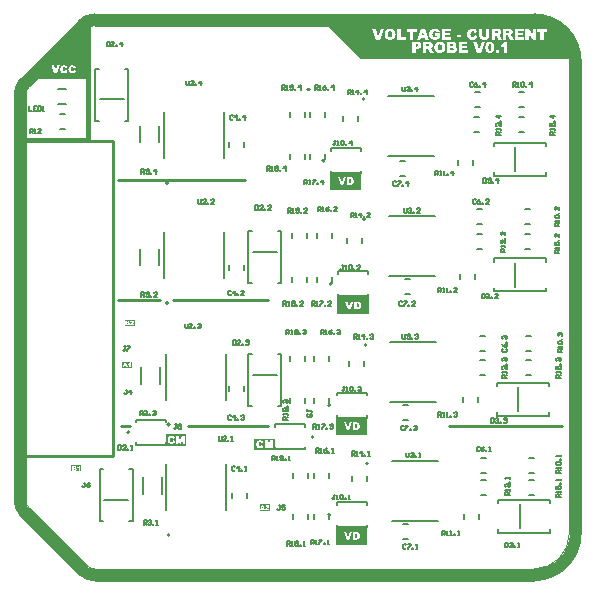
<source format=gto>
G04*
G04 #@! TF.GenerationSoftware,Altium Limited,Altium Designer,23.3.1 (30)*
G04*
G04 Layer_Color=65535*
%FSLAX24Y24*%
%MOIN*%
G70*
G04*
G04 #@! TF.SameCoordinates,FE471356-1482-470A-B847-6992AEFC5CE1*
G04*
G04*
G04 #@! TF.FilePolarity,Positive*
G04*
G01*
G75*
%ADD10C,0.0079*%
%ADD11C,0.0005*%
%ADD12C,0.0050*%
%ADD13C,0.0100*%
G36*
X17634Y18876D02*
X17834Y18822D01*
X18025Y18743D01*
X18204Y18640D01*
X18368Y18514D01*
X18514Y18368D01*
X18640Y18204D01*
X18743Y18025D01*
X18822Y17834D01*
X18876Y17634D01*
X18903Y17429D01*
Y17325D01*
X18903Y1577D01*
Y1474D01*
X18876Y1269D01*
X18822Y1069D01*
X18743Y878D01*
X18640Y699D01*
X18514Y535D01*
X18368Y389D01*
X18204Y263D01*
X18025Y160D01*
X17834Y81D01*
X17634Y27D01*
X17429Y0D01*
X2613D01*
X2461Y30D01*
X2317Y90D01*
X2187Y176D01*
X2132Y231D01*
X2132Y231D01*
X231Y2132D01*
X176Y2187D01*
X90Y2317D01*
X30Y2461D01*
X0Y2613D01*
Y2691D01*
Y16212D01*
Y16290D01*
X30Y16442D01*
X90Y16586D01*
X176Y16716D01*
X231Y16771D01*
X2132Y18672D01*
X2187Y18727D01*
X2317Y18813D01*
X2461Y18873D01*
X2613Y18903D01*
X2691Y18903D01*
X2691Y18903D01*
X17429D01*
X17634Y18876D01*
D02*
G37*
%LPC*%
G36*
X2694Y18509D02*
X2693Y18509D01*
X2654Y18509D01*
X2578Y18494D01*
X2506Y18464D01*
X2441Y18421D01*
X2413Y18393D01*
X2400Y18380D01*
Y17341D01*
X2475D01*
Y16759D01*
X825D01*
Y16805D01*
X512Y16492D01*
X512Y16492D01*
X485Y16464D01*
X441Y16400D01*
X411Y16327D01*
X396Y16251D01*
Y16212D01*
Y2691D01*
Y2652D01*
X411Y2575D01*
X441Y2503D01*
X485Y2438D01*
X512Y2411D01*
X2413Y510D01*
Y510D01*
X2441Y482D01*
X2506Y439D01*
X2578Y409D01*
X2654Y394D01*
X2694Y394D01*
X17328D01*
X17406Y394D01*
X17559Y414D01*
X17709Y454D01*
X17853Y513D01*
X17987Y591D01*
X18110Y685D01*
X18220Y795D01*
X18314Y918D01*
X18392Y1053D01*
X18451Y1196D01*
X18491Y1346D01*
X18512Y1500D01*
X18512Y1577D01*
X18512Y17325D01*
X18512D01*
X18512Y17325D01*
X18512Y17400D01*
X18088Y17400D01*
Y17399D01*
X11612D01*
Y17450D01*
X11600D01*
X10541Y18509D01*
X2694Y18509D01*
D02*
G37*
G36*
X14033Y18403D02*
X14012D01*
X14002Y18402D01*
X13992Y18401D01*
X13983Y18400D01*
X13974Y18399D01*
X13966Y18397D01*
X13959Y18396D01*
X13952Y18394D01*
X13946Y18392D01*
X13941Y18391D01*
X13937Y18389D01*
X13933Y18388D01*
X13930Y18387D01*
X13928Y18386D01*
X13927Y18385D01*
X13926D01*
X13918Y18381D01*
X13910Y18376D01*
X13903Y18371D01*
X13896Y18365D01*
X13890Y18360D01*
X13884Y18354D01*
X13879Y18349D01*
X13874Y18344D01*
X13870Y18339D01*
X13866Y18334D01*
X13863Y18330D01*
X13860Y18327D01*
X13859Y18324D01*
X13857Y18321D01*
X13856Y18320D01*
X13856Y18320D01*
X13852Y18311D01*
X13848Y18303D01*
X13845Y18294D01*
X13843Y18286D01*
X13838Y18269D01*
X13837Y18261D01*
X13836Y18253D01*
X13835Y18246D01*
X13834Y18240D01*
X13833Y18234D01*
X13833Y18229D01*
X13832Y18225D01*
Y18219D01*
X13833Y18209D01*
X13833Y18199D01*
X13835Y18189D01*
X13836Y18180D01*
X13838Y18172D01*
X13839Y18164D01*
X13841Y18156D01*
X13843Y18149D01*
X13846Y18143D01*
X13847Y18137D01*
X13849Y18132D01*
X13851Y18128D01*
X13852Y18125D01*
X13853Y18122D01*
X13854Y18121D01*
X13854Y18121D01*
X13859Y18113D01*
X13863Y18106D01*
X13868Y18099D01*
X13873Y18093D01*
X13878Y18087D01*
X13884Y18082D01*
X13888Y18077D01*
X13893Y18073D01*
X13898Y18069D01*
X13902Y18066D01*
X13906Y18063D01*
X13909Y18061D01*
X13912Y18059D01*
X13914Y18058D01*
X13915Y18057D01*
X13916Y18057D01*
X13924Y18053D01*
X13932Y18050D01*
X13940Y18047D01*
X13949Y18045D01*
X13966Y18041D01*
X13974Y18039D01*
X13982Y18038D01*
X13990Y18037D01*
X13997Y18037D01*
X14003Y18036D01*
X14009Y18036D01*
X14013Y18035D01*
X14019D01*
X14037Y18036D01*
X14046Y18037D01*
X14054Y18037D01*
X14062Y18038D01*
X14069Y18039D01*
X14076Y18040D01*
X14082Y18042D01*
X14088Y18042D01*
X14093Y18043D01*
X14097Y18045D01*
X14101Y18046D01*
X14103Y18046D01*
X14106Y18047D01*
X14107Y18047D01*
X14107D01*
X14114Y18050D01*
X14122Y18053D01*
X14137Y18060D01*
X14151Y18067D01*
X14158Y18070D01*
X14165Y18074D01*
X14171Y18078D01*
X14176Y18081D01*
X14181Y18084D01*
X14186Y18087D01*
X14189Y18089D01*
X14192Y18091D01*
X14193Y18092D01*
X14194Y18092D01*
Y18244D01*
X14024D01*
Y18170D01*
X14098D01*
Y18136D01*
X14090Y18132D01*
X14082Y18128D01*
X14076Y18125D01*
X14070Y18123D01*
X14066Y18121D01*
X14062Y18119D01*
X14060Y18119D01*
X14059Y18119D01*
X14053Y18117D01*
X14047Y18115D01*
X14041Y18115D01*
X14036Y18114D01*
X14031Y18114D01*
X14027Y18113D01*
X14024D01*
X14017Y18114D01*
X14011Y18114D01*
X13999Y18117D01*
X13993Y18119D01*
X13988Y18121D01*
X13984Y18123D01*
X13980Y18126D01*
X13976Y18128D01*
X13973Y18130D01*
X13970Y18132D01*
X13968Y18134D01*
X13966Y18136D01*
X13965Y18137D01*
X13964Y18137D01*
X13964Y18138D01*
X13960Y18143D01*
X13957Y18149D01*
X13954Y18155D01*
X13952Y18161D01*
X13948Y18175D01*
X13945Y18188D01*
X13944Y18195D01*
X13944Y18201D01*
X13943Y18206D01*
X13943Y18211D01*
X13943Y18215D01*
Y18218D01*
Y18220D01*
Y18220D01*
X13943Y18230D01*
X13943Y18239D01*
X13944Y18248D01*
X13946Y18256D01*
X13947Y18263D01*
X13949Y18269D01*
X13951Y18275D01*
X13953Y18280D01*
X13955Y18285D01*
X13957Y18289D01*
X13959Y18292D01*
X13960Y18295D01*
X13962Y18297D01*
X13963Y18298D01*
X13963Y18299D01*
X13964Y18299D01*
X13968Y18304D01*
X13972Y18308D01*
X13977Y18311D01*
X13981Y18314D01*
X13986Y18316D01*
X13991Y18319D01*
X14000Y18322D01*
X14009Y18323D01*
X14012Y18324D01*
X14015Y18324D01*
X14018Y18325D01*
X14021D01*
X14030Y18324D01*
X14037Y18323D01*
X14044Y18321D01*
X14050Y18320D01*
X14055Y18317D01*
X14058Y18316D01*
X14060Y18314D01*
X14061Y18314D01*
X14067Y18309D01*
X14071Y18305D01*
X14075Y18299D01*
X14078Y18295D01*
X14080Y18290D01*
X14082Y18287D01*
X14083Y18284D01*
X14083Y18284D01*
Y18283D01*
X14189Y18302D01*
X14185Y18314D01*
X14180Y18325D01*
X14175Y18335D01*
X14171Y18343D01*
X14166Y18350D01*
X14165Y18352D01*
X14163Y18354D01*
X14162Y18356D01*
X14161Y18358D01*
X14160Y18358D01*
X14160Y18358D01*
X14152Y18366D01*
X14144Y18373D01*
X14136Y18379D01*
X14128Y18384D01*
X14122Y18387D01*
X14119Y18389D01*
X14116Y18389D01*
X14114Y18390D01*
X14113Y18391D01*
X14112Y18392D01*
X14111D01*
X14106Y18393D01*
X14099Y18395D01*
X14092Y18397D01*
X14085Y18398D01*
X14071Y18400D01*
X14057Y18401D01*
X14050Y18402D01*
X14044Y18402D01*
X14038D01*
X14033Y18403D01*
D02*
G37*
G36*
X15285D02*
X15279D01*
X15263Y18402D01*
X15249Y18400D01*
X15235Y18398D01*
X15222Y18395D01*
X15210Y18392D01*
X15199Y18388D01*
X15189Y18383D01*
X15181Y18379D01*
X15173Y18374D01*
X15166Y18370D01*
X15160Y18366D01*
X15155Y18362D01*
X15151Y18359D01*
X15149Y18357D01*
X15147Y18355D01*
X15146Y18355D01*
X15138Y18346D01*
X15131Y18336D01*
X15125Y18325D01*
X15119Y18314D01*
X15115Y18302D01*
X15111Y18291D01*
X15108Y18280D01*
X15105Y18270D01*
X15104Y18259D01*
X15102Y18250D01*
X15101Y18241D01*
X15101Y18234D01*
X15100Y18228D01*
X15100Y18223D01*
Y18219D01*
X15100Y18207D01*
X15101Y18196D01*
X15102Y18185D01*
X15104Y18175D01*
X15106Y18165D01*
X15108Y18156D01*
X15110Y18148D01*
X15113Y18140D01*
X15115Y18134D01*
X15118Y18128D01*
X15120Y18123D01*
X15122Y18119D01*
X15123Y18115D01*
X15125Y18113D01*
X15126Y18112D01*
X15126Y18111D01*
X15131Y18104D01*
X15136Y18096D01*
X15142Y18090D01*
X15147Y18084D01*
X15153Y18079D01*
X15158Y18074D01*
X15163Y18070D01*
X15167Y18066D01*
X15172Y18063D01*
X15176Y18060D01*
X15180Y18057D01*
X15183Y18055D01*
X15186Y18054D01*
X15188Y18053D01*
X15189Y18052D01*
X15189D01*
X15196Y18049D01*
X15204Y18046D01*
X15219Y18042D01*
X15236Y18039D01*
X15251Y18038D01*
X15258Y18037D01*
X15264Y18036D01*
X15270Y18036D01*
X15275D01*
X15278Y18035D01*
X15293D01*
X15301Y18036D01*
X15309Y18037D01*
X15316Y18038D01*
X15323Y18039D01*
X15330Y18040D01*
X15336Y18041D01*
X15341Y18042D01*
X15346Y18043D01*
X15350Y18045D01*
X15354Y18046D01*
X15357Y18047D01*
X15359Y18048D01*
X15361Y18049D01*
X15362Y18049D01*
X15362D01*
X15373Y18055D01*
X15383Y18061D01*
X15393Y18068D01*
X15400Y18075D01*
X15406Y18081D01*
X15410Y18086D01*
X15412Y18087D01*
X15413Y18089D01*
X15414Y18090D01*
X15414Y18090D01*
X15421Y18101D01*
X15428Y18112D01*
X15433Y18123D01*
X15438Y18134D01*
X15439Y18139D01*
X15441Y18143D01*
X15442Y18147D01*
X15443Y18151D01*
X15444Y18153D01*
X15445Y18156D01*
X15445Y18157D01*
Y18157D01*
X15349Y18187D01*
X15346Y18175D01*
X15342Y18164D01*
X15338Y18155D01*
X15334Y18148D01*
X15331Y18143D01*
X15328Y18139D01*
X15326Y18136D01*
X15325Y18135D01*
X15319Y18129D01*
X15311Y18125D01*
X15303Y18122D01*
X15296Y18120D01*
X15289Y18119D01*
X15285Y18118D01*
X15283D01*
X15281Y18118D01*
X15278D01*
X15272Y18118D01*
X15266Y18119D01*
X15256Y18121D01*
X15247Y18125D01*
X15240Y18129D01*
X15235Y18132D01*
X15231Y18136D01*
X15228Y18139D01*
X15228Y18139D01*
X15227Y18139D01*
X15224Y18144D01*
X15222Y18149D01*
X15219Y18155D01*
X15217Y18161D01*
X15214Y18175D01*
X15212Y18188D01*
X15211Y18195D01*
X15211Y18201D01*
X15210Y18206D01*
Y18211D01*
X15210Y18215D01*
Y18218D01*
Y18220D01*
Y18220D01*
Y18229D01*
X15210Y18237D01*
X15211Y18244D01*
X15212Y18251D01*
X15213Y18257D01*
X15215Y18264D01*
X15216Y18268D01*
X15217Y18273D01*
X15219Y18277D01*
X15220Y18281D01*
X15221Y18284D01*
X15223Y18286D01*
X15223Y18288D01*
X15224Y18289D01*
X15225Y18290D01*
Y18290D01*
X15229Y18296D01*
X15233Y18300D01*
X15237Y18304D01*
X15242Y18308D01*
X15247Y18311D01*
X15251Y18313D01*
X15256Y18315D01*
X15261Y18316D01*
X15269Y18319D01*
X15272Y18320D01*
X15275Y18320D01*
X15278Y18320D01*
X15282D01*
X15288Y18320D01*
X15293Y18320D01*
X15298Y18318D01*
X15303Y18317D01*
X15306Y18316D01*
X15309Y18315D01*
X15311Y18314D01*
X15311Y18313D01*
X15316Y18311D01*
X15320Y18308D01*
X15324Y18305D01*
X15327Y18301D01*
X15330Y18299D01*
X15332Y18296D01*
X15333Y18295D01*
X15334Y18294D01*
X15336Y18291D01*
X15337Y18287D01*
X15341Y18280D01*
X15343Y18276D01*
X15344Y18273D01*
X15344Y18271D01*
X15344Y18271D01*
X15441Y18292D01*
X15438Y18302D01*
X15434Y18312D01*
X15429Y18320D01*
X15424Y18329D01*
X15420Y18336D01*
X15415Y18343D01*
X15410Y18349D01*
X15406Y18354D01*
X15401Y18359D01*
X15397Y18364D01*
X15394Y18367D01*
X15390Y18370D01*
X15388Y18372D01*
X15386Y18374D01*
X15385Y18375D01*
X15384Y18375D01*
X15377Y18380D01*
X15368Y18384D01*
X15360Y18388D01*
X15351Y18391D01*
X15343Y18394D01*
X15334Y18396D01*
X15325Y18398D01*
X15317Y18399D01*
X15310Y18400D01*
X15302Y18401D01*
X15296Y18402D01*
X15290Y18402D01*
X15285Y18403D01*
D02*
G37*
G36*
X17381Y18396D02*
X17277D01*
Y18200D01*
X17144Y18396D01*
X17042D01*
Y18042D01*
X17145D01*
Y18236D01*
X17277Y18042D01*
X17381D01*
Y18396D01*
D02*
G37*
G36*
X12323D02*
X12211D01*
X12132Y18141D01*
X12052Y18396D01*
X11938D01*
X12071Y18042D01*
X12191D01*
X12323Y18396D01*
D02*
G37*
G36*
X14900Y18209D02*
X14757D01*
Y18133D01*
X14900D01*
Y18209D01*
D02*
G37*
G36*
X15839Y18396D02*
X15729D01*
Y18180D01*
X15729Y18170D01*
X15727Y18160D01*
X15724Y18153D01*
X15722Y18146D01*
X15719Y18141D01*
X15716Y18137D01*
X15714Y18135D01*
X15713Y18134D01*
X15707Y18129D01*
X15699Y18125D01*
X15692Y18122D01*
X15685Y18121D01*
X15679Y18119D01*
X15674Y18119D01*
X15671Y18119D01*
X15669D01*
X15659Y18119D01*
X15650Y18121D01*
X15642Y18124D01*
X15636Y18127D01*
X15631Y18129D01*
X15627Y18132D01*
X15625Y18134D01*
X15624Y18135D01*
X15619Y18141D01*
X15615Y18149D01*
X15612Y18156D01*
X15611Y18164D01*
X15609Y18170D01*
X15609Y18173D01*
Y18175D01*
X15608Y18178D01*
Y18179D01*
Y18180D01*
Y18180D01*
Y18396D01*
X15499D01*
Y18185D01*
X15499Y18175D01*
X15500Y18164D01*
X15502Y18154D01*
X15504Y18145D01*
X15506Y18137D01*
X15507Y18133D01*
X15507Y18130D01*
X15508Y18128D01*
X15508Y18126D01*
X15509Y18125D01*
Y18125D01*
X15511Y18117D01*
X15515Y18109D01*
X15519Y18102D01*
X15523Y18096D01*
X15526Y18091D01*
X15529Y18087D01*
X15531Y18084D01*
X15532Y18084D01*
Y18084D01*
X15538Y18077D01*
X15545Y18070D01*
X15551Y18065D01*
X15557Y18061D01*
X15562Y18057D01*
X15566Y18055D01*
X15569Y18053D01*
X15569Y18053D01*
X15570D01*
X15578Y18049D01*
X15586Y18046D01*
X15595Y18044D01*
X15603Y18042D01*
X15610Y18041D01*
X15613Y18040D01*
X15615Y18040D01*
X15618Y18039D01*
X15619Y18039D01*
X15621D01*
X15632Y18038D01*
X15642Y18037D01*
X15652Y18036D01*
X15660Y18036D01*
X15667Y18035D01*
X15677D01*
X15694Y18036D01*
X15708Y18037D01*
X15715Y18038D01*
X15721Y18039D01*
X15727Y18040D01*
X15733Y18042D01*
X15737Y18042D01*
X15742Y18043D01*
X15745Y18045D01*
X15748Y18046D01*
X15751Y18046D01*
X15753Y18047D01*
X15754Y18047D01*
X15754D01*
X15763Y18051D01*
X15771Y18056D01*
X15778Y18060D01*
X15785Y18065D01*
X15790Y18070D01*
X15795Y18073D01*
X15797Y18076D01*
X15798Y18076D01*
X15798Y18077D01*
X15805Y18085D01*
X15812Y18093D01*
X15817Y18101D01*
X15821Y18109D01*
X15825Y18115D01*
X15826Y18119D01*
X15827Y18121D01*
X15828Y18123D01*
X15828Y18124D01*
X15829Y18125D01*
Y18126D01*
X15832Y18136D01*
X15834Y18146D01*
X15836Y18157D01*
X15837Y18166D01*
X15838Y18174D01*
Y18177D01*
X15839Y18180D01*
Y18396D01*
D02*
G37*
G36*
X17762D02*
X17429D01*
Y18309D01*
X17541D01*
Y18042D01*
X17651D01*
Y18309D01*
X17762D01*
Y18396D01*
D02*
G37*
G36*
X16977D02*
X16683D01*
Y18042D01*
X16982D01*
Y18122D01*
X16793D01*
Y18192D01*
X16964D01*
Y18264D01*
X16793D01*
Y18321D01*
X16977D01*
Y18396D01*
D02*
G37*
G36*
X16489D02*
X16298D01*
Y18042D01*
X16409D01*
Y18186D01*
X16418D01*
X16423Y18185D01*
X16429Y18184D01*
X16433Y18183D01*
X16437Y18182D01*
X16440Y18180D01*
X16443Y18179D01*
X16444Y18178D01*
X16445Y18178D01*
X16448Y18174D01*
X16452Y18171D01*
X16455Y18166D01*
X16458Y18161D01*
X16461Y18157D01*
X16463Y18153D01*
X16465Y18151D01*
X16465Y18150D01*
Y18150D01*
X16524Y18042D01*
X16648D01*
X16594Y18144D01*
X16593Y18147D01*
X16590Y18151D01*
X16585Y18158D01*
X16582Y18161D01*
X16580Y18164D01*
X16579Y18166D01*
X16579Y18166D01*
X16575Y18171D01*
X16571Y18175D01*
X16568Y18178D01*
X16565Y18181D01*
X16564Y18183D01*
X16562Y18184D01*
X16562Y18185D01*
X16561D01*
X16557Y18188D01*
X16553Y18190D01*
X16544Y18194D01*
X16539Y18195D01*
X16536Y18197D01*
X16534Y18198D01*
X16533Y18198D01*
X16533D01*
X16541Y18200D01*
X16549Y18203D01*
X16556Y18205D01*
X16562Y18207D01*
X16566Y18209D01*
X16569Y18211D01*
X16571Y18212D01*
X16572Y18212D01*
X16579Y18218D01*
X16586Y18223D01*
X16593Y18229D01*
X16597Y18235D01*
X16601Y18240D01*
X16604Y18243D01*
X16606Y18246D01*
X16607Y18247D01*
Y18247D01*
X16611Y18255D01*
X16614Y18264D01*
X16616Y18272D01*
X16617Y18280D01*
X16619Y18287D01*
Y18290D01*
X16619Y18293D01*
Y18295D01*
Y18296D01*
Y18297D01*
Y18298D01*
X16618Y18310D01*
X16617Y18321D01*
X16614Y18331D01*
X16611Y18339D01*
X16609Y18343D01*
X16608Y18346D01*
X16607Y18349D01*
X16605Y18351D01*
X16604Y18353D01*
X16603Y18354D01*
X16603Y18355D01*
Y18355D01*
X16596Y18364D01*
X16589Y18370D01*
X16582Y18376D01*
X16575Y18380D01*
X16568Y18384D01*
X16563Y18386D01*
X16562Y18387D01*
X16560Y18387D01*
X16559Y18388D01*
X16559D01*
X16554Y18389D01*
X16548Y18391D01*
X16535Y18393D01*
X16523Y18394D01*
X16510Y18396D01*
X16504D01*
X16499Y18396D01*
X16494D01*
X16489Y18396D01*
D02*
G37*
G36*
X16104D02*
X15913D01*
Y18042D01*
X16023D01*
Y18186D01*
X16032D01*
X16038Y18185D01*
X16043Y18184D01*
X16047Y18183D01*
X16051Y18182D01*
X16055Y18180D01*
X16057Y18179D01*
X16059Y18178D01*
X16059Y18178D01*
X16062Y18174D01*
X16066Y18171D01*
X16069Y18166D01*
X16073Y18161D01*
X16075Y18157D01*
X16077Y18153D01*
X16079Y18151D01*
X16079Y18150D01*
Y18150D01*
X16138Y18042D01*
X16262D01*
X16208Y18144D01*
X16207Y18147D01*
X16204Y18151D01*
X16199Y18158D01*
X16197Y18161D01*
X16194Y18164D01*
X16193Y18166D01*
X16193Y18166D01*
X16189Y18171D01*
X16185Y18175D01*
X16182Y18178D01*
X16180Y18181D01*
X16178Y18183D01*
X16177Y18184D01*
X16176Y18185D01*
X16175D01*
X16171Y18188D01*
X16167Y18190D01*
X16158Y18194D01*
X16153Y18195D01*
X16150Y18197D01*
X16148Y18198D01*
X16147Y18198D01*
X16147D01*
X16156Y18200D01*
X16163Y18203D01*
X16170Y18205D01*
X16176Y18207D01*
X16180Y18209D01*
X16183Y18211D01*
X16185Y18212D01*
X16186Y18212D01*
X16194Y18218D01*
X16201Y18223D01*
X16207Y18229D01*
X16211Y18235D01*
X16215Y18240D01*
X16218Y18243D01*
X16220Y18246D01*
X16221Y18247D01*
Y18247D01*
X16225Y18255D01*
X16228Y18264D01*
X16230Y18272D01*
X16232Y18280D01*
X16233Y18287D01*
Y18290D01*
X16233Y18293D01*
Y18295D01*
Y18296D01*
Y18297D01*
Y18298D01*
X16232Y18310D01*
X16231Y18321D01*
X16228Y18331D01*
X16225Y18339D01*
X16223Y18343D01*
X16222Y18346D01*
X16221Y18349D01*
X16219Y18351D01*
X16218Y18353D01*
X16218Y18354D01*
X16217Y18355D01*
Y18355D01*
X16210Y18364D01*
X16203Y18370D01*
X16196Y18376D01*
X16189Y18380D01*
X16183Y18384D01*
X16177Y18386D01*
X16176Y18387D01*
X16174Y18387D01*
X16173Y18388D01*
X16173D01*
X16168Y18389D01*
X16162Y18391D01*
X16149Y18393D01*
X16137Y18394D01*
X16124Y18396D01*
X16118D01*
X16113Y18396D01*
X16108D01*
X16104Y18396D01*
D02*
G37*
G36*
X14553D02*
X14259D01*
Y18042D01*
X14558D01*
Y18122D01*
X14369D01*
Y18192D01*
X14540D01*
Y18264D01*
X14369D01*
Y18321D01*
X14553D01*
Y18396D01*
D02*
G37*
G36*
X13678D02*
X13557D01*
X13424Y18042D01*
X13536D01*
X13554Y18100D01*
X13678D01*
X13696Y18042D01*
X13811D01*
X13678Y18396D01*
D02*
G37*
G36*
X13411D02*
X13077D01*
Y18309D01*
X13189D01*
Y18042D01*
X13299D01*
Y18309D01*
X13411D01*
Y18396D01*
D02*
G37*
G36*
X12881D02*
X12771D01*
Y18042D01*
X13052D01*
Y18129D01*
X12881D01*
Y18396D01*
D02*
G37*
G36*
X12532Y18403D02*
X12528D01*
X12512Y18402D01*
X12497Y18400D01*
X12483Y18398D01*
X12470Y18395D01*
X12459Y18391D01*
X12447Y18387D01*
X12437Y18383D01*
X12428Y18379D01*
X12420Y18374D01*
X12413Y18369D01*
X12407Y18365D01*
X12402Y18361D01*
X12398Y18358D01*
X12395Y18356D01*
X12393Y18354D01*
X12393Y18354D01*
X12385Y18344D01*
X12377Y18334D01*
X12371Y18323D01*
X12365Y18313D01*
X12361Y18301D01*
X12357Y18290D01*
X12354Y18279D01*
X12351Y18268D01*
X12349Y18258D01*
X12348Y18249D01*
X12346Y18240D01*
X12346Y18233D01*
X12345Y18227D01*
X12345Y18223D01*
Y18219D01*
X12345Y18207D01*
X12346Y18196D01*
X12347Y18186D01*
X12349Y18176D01*
X12351Y18167D01*
X12352Y18159D01*
X12355Y18151D01*
X12357Y18143D01*
X12359Y18137D01*
X12362Y18132D01*
X12363Y18126D01*
X12365Y18122D01*
X12367Y18119D01*
X12368Y18117D01*
X12369Y18115D01*
X12369Y18115D01*
X12374Y18108D01*
X12379Y18101D01*
X12384Y18094D01*
X12389Y18088D01*
X12395Y18083D01*
X12400Y18077D01*
X12405Y18073D01*
X12410Y18069D01*
X12415Y18066D01*
X12419Y18063D01*
X12423Y18060D01*
X12426Y18058D01*
X12429Y18056D01*
X12431Y18055D01*
X12432Y18055D01*
X12433Y18054D01*
X12440Y18051D01*
X12448Y18048D01*
X12465Y18043D01*
X12482Y18040D01*
X12490Y18039D01*
X12497Y18038D01*
X12504Y18037D01*
X12511Y18036D01*
X12517Y18036D01*
X12522D01*
X12527Y18035D01*
X12532D01*
X12543Y18036D01*
X12553Y18036D01*
X12563Y18038D01*
X12573Y18039D01*
X12581Y18041D01*
X12590Y18042D01*
X12597Y18044D01*
X12604Y18046D01*
X12610Y18049D01*
X12615Y18050D01*
X12620Y18052D01*
X12624Y18054D01*
X12627Y18055D01*
X12629Y18056D01*
X12630Y18057D01*
X12631Y18057D01*
X12638Y18062D01*
X12645Y18067D01*
X12651Y18071D01*
X12657Y18077D01*
X12663Y18082D01*
X12667Y18087D01*
X12672Y18092D01*
X12676Y18097D01*
X12680Y18101D01*
X12683Y18106D01*
X12685Y18109D01*
X12688Y18113D01*
X12689Y18115D01*
X12691Y18118D01*
X12691Y18119D01*
X12691Y18119D01*
X12695Y18127D01*
X12698Y18135D01*
X12704Y18152D01*
X12707Y18169D01*
X12708Y18178D01*
X12710Y18185D01*
X12711Y18193D01*
X12712Y18200D01*
X12712Y18206D01*
Y18211D01*
X12712Y18216D01*
Y18222D01*
X12712Y18237D01*
X12710Y18252D01*
X12708Y18266D01*
X12705Y18278D01*
X12701Y18291D01*
X12697Y18302D01*
X12693Y18311D01*
X12688Y18320D01*
X12684Y18328D01*
X12680Y18335D01*
X12676Y18341D01*
X12672Y18346D01*
X12669Y18350D01*
X12667Y18353D01*
X12665Y18354D01*
X12664Y18355D01*
X12655Y18363D01*
X12645Y18371D01*
X12634Y18377D01*
X12623Y18382D01*
X12611Y18387D01*
X12600Y18391D01*
X12589Y18394D01*
X12578Y18396D01*
X12568Y18399D01*
X12559Y18400D01*
X12550Y18401D01*
X12542Y18402D01*
X12536Y18402D01*
X12532Y18403D01*
D02*
G37*
G36*
X15688Y17958D02*
X15577D01*
X15498Y17703D01*
X15418Y17958D01*
X15303D01*
X15437Y17604D01*
X15556D01*
X15688Y17958D01*
D02*
G37*
G36*
X16428Y17965D02*
X16346D01*
X16340Y17952D01*
X16333Y17941D01*
X16326Y17932D01*
X16319Y17923D01*
X16312Y17917D01*
X16309Y17914D01*
X16307Y17912D01*
X16305Y17910D01*
X16304Y17909D01*
X16303Y17908D01*
X16302Y17908D01*
X16297Y17903D01*
X16291Y17899D01*
X16279Y17892D01*
X16266Y17885D01*
X16253Y17880D01*
X16247Y17877D01*
X16242Y17875D01*
X16237Y17873D01*
X16233Y17872D01*
X16229Y17871D01*
X16227Y17870D01*
X16225Y17869D01*
X16225D01*
Y17788D01*
X16237Y17792D01*
X16248Y17796D01*
X16257Y17800D01*
X16266Y17803D01*
X16272Y17806D01*
X16275Y17807D01*
X16277Y17808D01*
X16279Y17809D01*
X16280Y17809D01*
X16281Y17810D01*
X16281D01*
X16290Y17814D01*
X16298Y17819D01*
X16306Y17824D01*
X16313Y17829D01*
X16319Y17833D01*
X16324Y17836D01*
X16326Y17838D01*
X16327Y17839D01*
X16328Y17840D01*
X16328D01*
Y17604D01*
X16428D01*
Y17965D01*
D02*
G37*
G36*
X16154Y17702D02*
X16049D01*
Y17604D01*
X16154D01*
Y17702D01*
D02*
G37*
G36*
X15109Y17958D02*
X14815D01*
Y17604D01*
X15115D01*
Y17684D01*
X14925D01*
Y17754D01*
X15096D01*
Y17826D01*
X14925D01*
Y17883D01*
X15109D01*
Y17958D01*
D02*
G37*
G36*
X14640D02*
X14430D01*
Y17604D01*
X14622D01*
X14625Y17604D01*
X14632Y17604D01*
X14640Y17605D01*
X14648Y17606D01*
X14656Y17607D01*
X14659D01*
X14662Y17607D01*
X14664Y17608D01*
X14666Y17608D01*
X14668D01*
X14678Y17610D01*
X14686Y17611D01*
X14694Y17614D01*
X14699Y17615D01*
X14704Y17617D01*
X14707Y17618D01*
X14710Y17619D01*
X14710Y17620D01*
X14718Y17625D01*
X14725Y17631D01*
X14731Y17637D01*
X14736Y17642D01*
X14740Y17647D01*
X14743Y17651D01*
X14744Y17654D01*
X14745Y17654D01*
Y17655D01*
X14749Y17663D01*
X14752Y17672D01*
X14755Y17680D01*
X14756Y17688D01*
X14757Y17694D01*
X14758Y17698D01*
X14758Y17700D01*
Y17704D01*
X14757Y17717D01*
X14755Y17728D01*
X14752Y17737D01*
X14749Y17745D01*
X14745Y17752D01*
X14744Y17754D01*
X14743Y17757D01*
X14741Y17758D01*
X14741Y17760D01*
X14740Y17760D01*
X14740Y17760D01*
X14736Y17764D01*
X14732Y17768D01*
X14723Y17775D01*
X14714Y17781D01*
X14705Y17785D01*
X14696Y17788D01*
X14693Y17790D01*
X14689Y17791D01*
X14687Y17791D01*
X14685Y17792D01*
X14684Y17792D01*
X14683D01*
X14692Y17796D01*
X14700Y17800D01*
X14706Y17804D01*
X14712Y17808D01*
X14716Y17811D01*
X14719Y17813D01*
X14721Y17816D01*
X14722Y17816D01*
X14725Y17820D01*
X14728Y17825D01*
X14733Y17834D01*
X14737Y17843D01*
X14739Y17851D01*
X14741Y17859D01*
X14741Y17862D01*
Y17864D01*
X14741Y17867D01*
Y17868D01*
Y17869D01*
Y17870D01*
X14741Y17877D01*
X14740Y17883D01*
X14739Y17889D01*
X14737Y17895D01*
X14733Y17906D01*
X14730Y17911D01*
X14728Y17915D01*
X14725Y17919D01*
X14723Y17923D01*
X14720Y17926D01*
X14718Y17928D01*
X14717Y17930D01*
X14715Y17931D01*
X14714Y17932D01*
X14714Y17933D01*
X14709Y17937D01*
X14703Y17941D01*
X14696Y17944D01*
X14690Y17947D01*
X14683Y17950D01*
X14677Y17952D01*
X14664Y17955D01*
X14658Y17956D01*
X14653Y17957D01*
X14647Y17958D01*
X14643Y17958D01*
X14640Y17958D01*
D02*
G37*
G36*
X13823D02*
X13632D01*
Y17604D01*
X13742D01*
Y17748D01*
X13752D01*
X13757Y17747D01*
X13762Y17746D01*
X13766Y17745D01*
X13770Y17744D01*
X13774Y17742D01*
X13776Y17741D01*
X13778Y17740D01*
X13778Y17739D01*
X13782Y17736D01*
X13785Y17732D01*
X13788Y17728D01*
X13792Y17723D01*
X13794Y17719D01*
X13797Y17715D01*
X13798Y17713D01*
X13798Y17712D01*
Y17712D01*
X13857Y17604D01*
X13981D01*
X13928Y17706D01*
X13926Y17709D01*
X13924Y17713D01*
X13919Y17720D01*
X13916Y17723D01*
X13914Y17726D01*
X13912Y17728D01*
X13912Y17728D01*
X13908Y17733D01*
X13905Y17737D01*
X13901Y17740D01*
X13899Y17743D01*
X13897Y17745D01*
X13896Y17746D01*
X13895Y17747D01*
X13894D01*
X13891Y17750D01*
X13886Y17752D01*
X13877Y17756D01*
X13873Y17757D01*
X13869Y17759D01*
X13867Y17760D01*
X13867Y17760D01*
X13866D01*
X13875Y17762D01*
X13883Y17765D01*
X13889Y17767D01*
X13895Y17769D01*
X13899Y17771D01*
X13902Y17773D01*
X13905Y17774D01*
X13905Y17774D01*
X13913Y17780D01*
X13920Y17785D01*
X13926Y17791D01*
X13931Y17797D01*
X13935Y17802D01*
X13938Y17805D01*
X13940Y17808D01*
X13940Y17809D01*
Y17809D01*
X13944Y17817D01*
X13947Y17826D01*
X13950Y17834D01*
X13951Y17842D01*
X13952Y17849D01*
Y17852D01*
X13953Y17855D01*
Y17857D01*
Y17858D01*
Y17859D01*
Y17860D01*
X13952Y17872D01*
X13950Y17883D01*
X13947Y17893D01*
X13944Y17901D01*
X13943Y17905D01*
X13941Y17908D01*
X13940Y17911D01*
X13939Y17913D01*
X13938Y17915D01*
X13937Y17916D01*
X13936Y17917D01*
Y17917D01*
X13929Y17926D01*
X13922Y17932D01*
X13915Y17938D01*
X13908Y17942D01*
X13902Y17946D01*
X13897Y17948D01*
X13895Y17949D01*
X13894Y17949D01*
X13893Y17950D01*
X13892D01*
X13887Y17951D01*
X13881Y17953D01*
X13869Y17955D01*
X13856Y17956D01*
X13843Y17958D01*
X13838D01*
X13832Y17958D01*
X13827D01*
X13823Y17958D01*
D02*
G37*
G36*
X13460D02*
X13272D01*
Y17604D01*
X13382D01*
Y17735D01*
X13442D01*
X13454Y17736D01*
X13465Y17736D01*
X13476Y17738D01*
X13485Y17740D01*
X13495Y17742D01*
X13503Y17745D01*
X13510Y17747D01*
X13516Y17750D01*
X13522Y17753D01*
X13527Y17756D01*
X13531Y17758D01*
X13535Y17760D01*
X13537Y17763D01*
X13540Y17764D01*
X13541Y17765D01*
X13541Y17765D01*
X13547Y17771D01*
X13552Y17777D01*
X13556Y17784D01*
X13560Y17791D01*
X13563Y17798D01*
X13566Y17805D01*
X13568Y17812D01*
X13570Y17819D01*
X13571Y17825D01*
X13572Y17830D01*
X13573Y17836D01*
X13573Y17840D01*
X13574Y17844D01*
Y17849D01*
X13573Y17859D01*
X13572Y17867D01*
X13571Y17876D01*
X13569Y17884D01*
X13567Y17891D01*
X13565Y17898D01*
X13562Y17904D01*
X13559Y17909D01*
X13556Y17914D01*
X13554Y17918D01*
X13551Y17922D01*
X13549Y17925D01*
X13547Y17927D01*
X13545Y17929D01*
X13544Y17930D01*
X13544Y17930D01*
X13538Y17935D01*
X13532Y17939D01*
X13525Y17943D01*
X13517Y17947D01*
X13510Y17949D01*
X13503Y17951D01*
X13488Y17955D01*
X13481Y17956D01*
X13475Y17957D01*
X13469Y17958D01*
X13464Y17958D01*
X13460Y17958D01*
D02*
G37*
G36*
X15862Y17965D02*
X15856D01*
X15842Y17964D01*
X15830Y17963D01*
X15818Y17961D01*
X15807Y17958D01*
X15797Y17955D01*
X15788Y17952D01*
X15780Y17948D01*
X15772Y17944D01*
X15766Y17940D01*
X15760Y17937D01*
X15756Y17933D01*
X15752Y17930D01*
X15749Y17928D01*
X15747Y17926D01*
X15745Y17924D01*
X15745Y17924D01*
X15738Y17916D01*
X15733Y17906D01*
X15728Y17896D01*
X15724Y17885D01*
X15720Y17873D01*
X15717Y17861D01*
X15715Y17850D01*
X15713Y17838D01*
X15712Y17827D01*
X15710Y17816D01*
X15710Y17807D01*
X15709Y17799D01*
Y17792D01*
X15708Y17789D01*
Y17782D01*
X15709Y17767D01*
X15710Y17753D01*
X15711Y17740D01*
X15712Y17735D01*
X15712Y17729D01*
X15713Y17725D01*
X15713Y17720D01*
X15714Y17716D01*
X15715Y17713D01*
X15715Y17711D01*
Y17709D01*
X15715Y17708D01*
Y17707D01*
X15719Y17695D01*
X15722Y17684D01*
X15725Y17675D01*
X15728Y17667D01*
X15731Y17661D01*
X15733Y17657D01*
X15734Y17656D01*
X15735Y17654D01*
X15735Y17654D01*
Y17653D01*
X15742Y17644D01*
X15750Y17635D01*
X15757Y17628D01*
X15764Y17622D01*
X15771Y17618D01*
X15776Y17614D01*
X15778Y17613D01*
X15779Y17612D01*
X15780Y17611D01*
X15781D01*
X15792Y17607D01*
X15803Y17604D01*
X15816Y17601D01*
X15827Y17599D01*
X15832Y17599D01*
X15837Y17598D01*
X15841Y17598D01*
X15845D01*
X15848Y17597D01*
X15853D01*
X15867Y17598D01*
X15881Y17599D01*
X15893Y17601D01*
X15904Y17604D01*
X15914Y17608D01*
X15923Y17611D01*
X15932Y17616D01*
X15939Y17620D01*
X15945Y17624D01*
X15951Y17628D01*
X15955Y17632D01*
X15959Y17635D01*
X15962Y17638D01*
X15964Y17640D01*
X15965Y17642D01*
X15965Y17642D01*
X15971Y17651D01*
X15976Y17661D01*
X15981Y17672D01*
X15984Y17683D01*
X15988Y17695D01*
X15990Y17707D01*
X15993Y17718D01*
X15994Y17730D01*
X15996Y17741D01*
X15996Y17751D01*
X15997Y17760D01*
X15998Y17768D01*
X15998Y17774D01*
Y17784D01*
X15998Y17799D01*
X15996Y17815D01*
X15995Y17829D01*
X15994Y17835D01*
X15993Y17841D01*
X15992Y17847D01*
X15991Y17851D01*
X15990Y17856D01*
X15990Y17859D01*
X15989Y17862D01*
X15989Y17864D01*
X15988Y17866D01*
Y17866D01*
X15986Y17874D01*
X15984Y17881D01*
X15982Y17887D01*
X15979Y17892D01*
X15978Y17896D01*
X15976Y17900D01*
X15975Y17902D01*
X15975Y17902D01*
X15971Y17908D01*
X15968Y17914D01*
X15964Y17919D01*
X15960Y17923D01*
X15957Y17927D01*
X15954Y17930D01*
X15952Y17932D01*
X15952Y17932D01*
X15946Y17937D01*
X15940Y17942D01*
X15934Y17946D01*
X15928Y17949D01*
X15923Y17952D01*
X15918Y17954D01*
X15917Y17954D01*
X15915Y17955D01*
X15915Y17955D01*
X15914D01*
X15905Y17958D01*
X15896Y17961D01*
X15885Y17962D01*
X15876Y17963D01*
X15868Y17964D01*
X15864D01*
X15862Y17965D01*
D02*
G37*
G36*
X14190D02*
X14186D01*
X14170Y17964D01*
X14155Y17962D01*
X14141Y17960D01*
X14128Y17957D01*
X14116Y17953D01*
X14105Y17949D01*
X14095Y17945D01*
X14086Y17940D01*
X14078Y17936D01*
X14071Y17931D01*
X14065Y17927D01*
X14060Y17923D01*
X14056Y17920D01*
X14053Y17918D01*
X14051Y17916D01*
X14051Y17916D01*
X14043Y17906D01*
X14035Y17896D01*
X14029Y17885D01*
X14023Y17874D01*
X14019Y17863D01*
X14015Y17852D01*
X14012Y17841D01*
X14009Y17830D01*
X14007Y17820D01*
X14006Y17811D01*
X14004Y17802D01*
X14004Y17795D01*
X14003Y17789D01*
X14003Y17784D01*
Y17781D01*
X14003Y17769D01*
X14004Y17758D01*
X14005Y17748D01*
X14007Y17738D01*
X14009Y17729D01*
X14010Y17721D01*
X14012Y17713D01*
X14015Y17705D01*
X14017Y17699D01*
X14019Y17694D01*
X14021Y17688D01*
X14023Y17684D01*
X14025Y17681D01*
X14026Y17679D01*
X14026Y17677D01*
X14027Y17677D01*
X14032Y17670D01*
X14037Y17663D01*
X14042Y17656D01*
X14047Y17650D01*
X14053Y17645D01*
X14058Y17639D01*
X14063Y17635D01*
X14068Y17631D01*
X14073Y17628D01*
X14077Y17625D01*
X14081Y17622D01*
X14084Y17620D01*
X14087Y17618D01*
X14089Y17617D01*
X14090Y17617D01*
X14091Y17616D01*
X14098Y17613D01*
X14106Y17610D01*
X14123Y17605D01*
X14140Y17602D01*
X14148Y17601D01*
X14155Y17600D01*
X14162Y17599D01*
X14169Y17598D01*
X14175Y17598D01*
X14180D01*
X14185Y17597D01*
X14190D01*
X14201Y17598D01*
X14211Y17598D01*
X14221Y17600D01*
X14231Y17601D01*
X14239Y17603D01*
X14248Y17604D01*
X14255Y17606D01*
X14262Y17608D01*
X14268Y17611D01*
X14273Y17612D01*
X14278Y17614D01*
X14282Y17616D01*
X14285Y17617D01*
X14287Y17618D01*
X14288Y17619D01*
X14289Y17619D01*
X14296Y17624D01*
X14303Y17628D01*
X14309Y17633D01*
X14315Y17639D01*
X14321Y17644D01*
X14325Y17649D01*
X14330Y17654D01*
X14334Y17659D01*
X14338Y17663D01*
X14341Y17668D01*
X14343Y17671D01*
X14345Y17675D01*
X14347Y17677D01*
X14349Y17680D01*
X14349Y17681D01*
X14349Y17681D01*
X14353Y17689D01*
X14356Y17697D01*
X14362Y17714D01*
X14365Y17731D01*
X14366Y17739D01*
X14368Y17747D01*
X14369Y17755D01*
X14370Y17762D01*
X14370Y17768D01*
Y17773D01*
X14370Y17777D01*
Y17784D01*
X14370Y17799D01*
X14368Y17814D01*
X14366Y17828D01*
X14363Y17840D01*
X14359Y17853D01*
X14355Y17864D01*
X14351Y17873D01*
X14346Y17882D01*
X14342Y17890D01*
X14338Y17897D01*
X14334Y17903D01*
X14330Y17908D01*
X14327Y17912D01*
X14325Y17915D01*
X14323Y17916D01*
X14322Y17917D01*
X14313Y17925D01*
X14303Y17933D01*
X14292Y17939D01*
X14281Y17944D01*
X14269Y17949D01*
X14258Y17953D01*
X14247Y17956D01*
X14236Y17958D01*
X14226Y17961D01*
X14217Y17962D01*
X14208Y17963D01*
X14200Y17964D01*
X14194Y17964D01*
X14190Y17965D01*
D02*
G37*
G36*
X1362Y17342D02*
X1361Y17341D01*
X1387D01*
X1362Y17342D01*
D02*
G37*
G36*
X1943Y17181D02*
X1938D01*
X1927Y17181D01*
X1917Y17179D01*
X1907Y17178D01*
X1898Y17176D01*
X1889Y17173D01*
X1881Y17170D01*
X1874Y17167D01*
X1868Y17164D01*
X1862Y17161D01*
X1857Y17158D01*
X1853Y17155D01*
X1850Y17152D01*
X1847Y17150D01*
X1845Y17149D01*
X1844Y17147D01*
X1844Y17147D01*
X1838Y17140D01*
X1833Y17133D01*
X1828Y17126D01*
X1824Y17118D01*
X1821Y17110D01*
X1818Y17101D01*
X1816Y17094D01*
X1814Y17086D01*
X1813Y17079D01*
X1812Y17072D01*
X1811Y17066D01*
X1811Y17061D01*
X1811Y17056D01*
X1810Y17053D01*
Y17050D01*
X1811Y17042D01*
X1811Y17033D01*
X1812Y17026D01*
X1813Y17018D01*
X1815Y17012D01*
X1816Y17005D01*
X1818Y16999D01*
X1820Y16994D01*
X1821Y16989D01*
X1823Y16985D01*
X1825Y16981D01*
X1826Y16979D01*
X1827Y16976D01*
X1828Y16974D01*
X1829Y16973D01*
X1829Y16973D01*
X1833Y16968D01*
X1836Y16962D01*
X1840Y16958D01*
X1844Y16954D01*
X1848Y16950D01*
X1852Y16946D01*
X1855Y16943D01*
X1859Y16940D01*
X1862Y16938D01*
X1865Y16936D01*
X1868Y16935D01*
X1870Y16933D01*
X1872Y16932D01*
X1873Y16931D01*
X1874Y16931D01*
X1874D01*
X1879Y16929D01*
X1884Y16927D01*
X1896Y16924D01*
X1907Y16922D01*
X1918Y16921D01*
X1923Y16920D01*
X1928Y16920D01*
X1932Y16919D01*
X1935D01*
X1938Y16919D01*
X1948D01*
X1954Y16919D01*
X1960Y16920D01*
X1965Y16921D01*
X1970Y16921D01*
X1975Y16922D01*
X1979Y16923D01*
X1982Y16924D01*
X1986Y16925D01*
X1989Y16926D01*
X1991Y16926D01*
X1994Y16927D01*
X1996Y16928D01*
X1997Y16928D01*
X1997Y16929D01*
X1998D01*
X2006Y16933D01*
X2013Y16937D01*
X2019Y16942D01*
X2025Y16947D01*
X2029Y16951D01*
X2032Y16955D01*
X2033Y16956D01*
X2034Y16957D01*
X2034Y16958D01*
X2035Y16958D01*
X2040Y16965D01*
X2044Y16974D01*
X2048Y16982D01*
X2051Y16989D01*
X2053Y16993D01*
X2054Y16996D01*
X2055Y16999D01*
X2055Y17001D01*
X2056Y17003D01*
X2056Y17005D01*
X2057Y17006D01*
Y17006D01*
X1988Y17027D01*
X1986Y17018D01*
X1983Y17011D01*
X1980Y17004D01*
X1978Y16999D01*
X1975Y16995D01*
X1973Y16993D01*
X1972Y16991D01*
X1971Y16990D01*
X1967Y16986D01*
X1961Y16983D01*
X1955Y16981D01*
X1950Y16979D01*
X1945Y16978D01*
X1943Y16978D01*
X1941D01*
X1939Y16978D01*
X1937D01*
X1933Y16978D01*
X1929Y16978D01*
X1922Y16980D01*
X1916Y16983D01*
X1911Y16985D01*
X1907Y16988D01*
X1904Y16991D01*
X1902Y16993D01*
X1902Y16993D01*
X1901Y16993D01*
X1899Y16996D01*
X1897Y17000D01*
X1895Y17004D01*
X1894Y17009D01*
X1892Y17018D01*
X1890Y17028D01*
X1890Y17033D01*
X1889Y17037D01*
X1889Y17041D01*
Y17044D01*
X1889Y17047D01*
Y17049D01*
Y17051D01*
Y17051D01*
Y17057D01*
X1889Y17063D01*
X1890Y17068D01*
X1890Y17073D01*
X1891Y17077D01*
X1892Y17082D01*
X1893Y17085D01*
X1894Y17089D01*
X1895Y17091D01*
X1896Y17094D01*
X1897Y17096D01*
X1898Y17098D01*
X1899Y17099D01*
X1899Y17100D01*
X1899Y17101D01*
Y17101D01*
X1902Y17105D01*
X1905Y17108D01*
X1908Y17111D01*
X1912Y17113D01*
X1915Y17116D01*
X1918Y17117D01*
X1922Y17119D01*
X1925Y17120D01*
X1931Y17121D01*
X1933Y17122D01*
X1936Y17122D01*
X1938Y17122D01*
X1940D01*
X1944Y17122D01*
X1948Y17122D01*
X1952Y17121D01*
X1955Y17120D01*
X1958Y17119D01*
X1960Y17118D01*
X1961Y17118D01*
X1961Y17117D01*
X1965Y17116D01*
X1968Y17113D01*
X1970Y17111D01*
X1973Y17109D01*
X1975Y17107D01*
X1976Y17105D01*
X1977Y17104D01*
X1977Y17104D01*
X1979Y17101D01*
X1980Y17099D01*
X1982Y17093D01*
X1984Y17091D01*
X1984Y17089D01*
X1985Y17087D01*
X1985Y17087D01*
X2054Y17102D01*
X2051Y17109D01*
X2049Y17116D01*
X2045Y17122D01*
X2042Y17128D01*
X2039Y17134D01*
X2035Y17138D01*
X2032Y17143D01*
X2029Y17147D01*
X2025Y17150D01*
X2023Y17153D01*
X2020Y17156D01*
X2018Y17158D01*
X2016Y17159D01*
X2015Y17160D01*
X2014Y17161D01*
X2013Y17161D01*
X2008Y17165D01*
X2002Y17168D01*
X1996Y17170D01*
X1990Y17173D01*
X1984Y17175D01*
X1977Y17176D01*
X1971Y17178D01*
X1966Y17179D01*
X1960Y17179D01*
X1955Y17180D01*
X1950Y17180D01*
X1946Y17181D01*
X1943Y17181D01*
D02*
G37*
G36*
X1667D02*
X1663D01*
X1651Y17181D01*
X1641Y17179D01*
X1631Y17178D01*
X1622Y17176D01*
X1614Y17173D01*
X1606Y17170D01*
X1599Y17167D01*
X1592Y17164D01*
X1587Y17161D01*
X1582Y17158D01*
X1578Y17155D01*
X1574Y17152D01*
X1572Y17150D01*
X1570Y17149D01*
X1568Y17147D01*
X1568Y17147D01*
X1562Y17140D01*
X1557Y17133D01*
X1552Y17126D01*
X1549Y17118D01*
X1546Y17110D01*
X1543Y17101D01*
X1541Y17094D01*
X1539Y17086D01*
X1538Y17079D01*
X1537Y17072D01*
X1536Y17066D01*
X1535Y17061D01*
X1535Y17056D01*
X1535Y17053D01*
Y17050D01*
X1535Y17042D01*
X1536Y17033D01*
X1537Y17026D01*
X1538Y17018D01*
X1539Y17012D01*
X1541Y17005D01*
X1542Y16999D01*
X1544Y16994D01*
X1546Y16989D01*
X1548Y16985D01*
X1549Y16981D01*
X1551Y16979D01*
X1552Y16976D01*
X1552Y16974D01*
X1553Y16973D01*
X1553Y16973D01*
X1557Y16968D01*
X1561Y16962D01*
X1565Y16958D01*
X1568Y16954D01*
X1572Y16950D01*
X1576Y16946D01*
X1580Y16943D01*
X1583Y16940D01*
X1587Y16938D01*
X1589Y16936D01*
X1592Y16935D01*
X1594Y16933D01*
X1596Y16932D01*
X1597Y16931D01*
X1598Y16931D01*
X1599D01*
X1604Y16929D01*
X1609Y16927D01*
X1620Y16924D01*
X1632Y16922D01*
X1642Y16921D01*
X1647Y16920D01*
X1652Y16920D01*
X1656Y16919D01*
X1660D01*
X1662Y16919D01*
X1673D01*
X1679Y16919D01*
X1684Y16920D01*
X1689Y16921D01*
X1694Y16921D01*
X1699Y16922D01*
X1703Y16923D01*
X1707Y16924D01*
X1710Y16925D01*
X1713Y16926D01*
X1716Y16926D01*
X1718Y16927D01*
X1720Y16928D01*
X1721Y16928D01*
X1722Y16929D01*
X1722D01*
X1730Y16933D01*
X1737Y16937D01*
X1744Y16942D01*
X1749Y16947D01*
X1753Y16951D01*
X1757Y16955D01*
X1757Y16956D01*
X1758Y16957D01*
X1759Y16958D01*
X1759Y16958D01*
X1764Y16965D01*
X1769Y16974D01*
X1773Y16982D01*
X1776Y16989D01*
X1777Y16993D01*
X1778Y16996D01*
X1779Y16999D01*
X1780Y17001D01*
X1781Y17003D01*
X1781Y17005D01*
X1781Y17006D01*
Y17006D01*
X1713Y17027D01*
X1710Y17018D01*
X1708Y17011D01*
X1705Y17004D01*
X1702Y16999D01*
X1700Y16995D01*
X1698Y16993D01*
X1696Y16991D01*
X1696Y16990D01*
X1691Y16986D01*
X1685Y16983D01*
X1680Y16981D01*
X1674Y16979D01*
X1670Y16978D01*
X1667Y16978D01*
X1665D01*
X1664Y16978D01*
X1662D01*
X1658Y16978D01*
X1654Y16978D01*
X1646Y16980D01*
X1640Y16983D01*
X1635Y16985D01*
X1631Y16988D01*
X1628Y16991D01*
X1626Y16993D01*
X1626Y16993D01*
X1626Y16993D01*
X1624Y16996D01*
X1622Y17000D01*
X1620Y17004D01*
X1619Y17009D01*
X1616Y17018D01*
X1615Y17028D01*
X1614Y17033D01*
X1614Y17037D01*
X1614Y17041D01*
Y17044D01*
X1613Y17047D01*
Y17049D01*
Y17051D01*
Y17051D01*
Y17057D01*
X1614Y17063D01*
X1614Y17068D01*
X1615Y17073D01*
X1616Y17077D01*
X1617Y17082D01*
X1618Y17085D01*
X1619Y17089D01*
X1620Y17091D01*
X1621Y17094D01*
X1621Y17096D01*
X1622Y17098D01*
X1623Y17099D01*
X1624Y17100D01*
X1624Y17101D01*
Y17101D01*
X1627Y17105D01*
X1630Y17108D01*
X1633Y17111D01*
X1636Y17113D01*
X1640Y17116D01*
X1643Y17117D01*
X1646Y17119D01*
X1650Y17120D01*
X1655Y17121D01*
X1658Y17122D01*
X1660Y17122D01*
X1662Y17122D01*
X1665D01*
X1669Y17122D01*
X1673Y17122D01*
X1676Y17121D01*
X1679Y17120D01*
X1682Y17119D01*
X1684Y17118D01*
X1685Y17118D01*
X1686Y17117D01*
X1689Y17116D01*
X1692Y17113D01*
X1695Y17111D01*
X1697Y17109D01*
X1699Y17107D01*
X1700Y17105D01*
X1701Y17104D01*
X1702Y17104D01*
X1703Y17101D01*
X1704Y17099D01*
X1707Y17093D01*
X1708Y17091D01*
X1709Y17089D01*
X1709Y17087D01*
X1709Y17087D01*
X1779Y17102D01*
X1776Y17109D01*
X1773Y17116D01*
X1770Y17122D01*
X1767Y17128D01*
X1763Y17134D01*
X1760Y17138D01*
X1757Y17143D01*
X1753Y17147D01*
X1750Y17150D01*
X1747Y17153D01*
X1745Y17156D01*
X1742Y17158D01*
X1740Y17159D01*
X1739Y17160D01*
X1738Y17161D01*
X1738Y17161D01*
X1733Y17165D01*
X1727Y17168D01*
X1721Y17170D01*
X1714Y17173D01*
X1708Y17175D01*
X1702Y17176D01*
X1696Y17178D01*
X1690Y17179D01*
X1684Y17179D01*
X1679Y17180D01*
X1674Y17180D01*
X1670Y17181D01*
X1667Y17181D01*
D02*
G37*
G36*
X1518Y17177D02*
X1439D01*
X1382Y16994D01*
X1325Y17177D01*
X1243D01*
X1339Y16923D01*
X1424D01*
X1518Y17177D01*
D02*
G37*
%LPD*%
G36*
X5742Y4507D02*
X5058D01*
Y4893D01*
X5742D01*
Y4507D01*
D02*
G37*
G36*
X8692Y4357D02*
X8008D01*
Y4743D01*
X8692D01*
Y4357D01*
D02*
G37*
G36*
X2227Y3648D02*
X1900D01*
Y3850D01*
X2227D01*
Y3648D01*
D02*
G37*
G36*
X8517Y2336D02*
X8183D01*
Y2564D01*
X8517D01*
Y2336D01*
D02*
G37*
G36*
X11774Y1199D02*
X10726D01*
Y1801D01*
X11774D01*
Y1199D01*
D02*
G37*
G36*
X11824Y8882D02*
X10775D01*
Y9484D01*
X11824D01*
Y8882D01*
D02*
G37*
G36*
X4013Y8499D02*
X3687D01*
Y8701D01*
X4013D01*
Y8499D01*
D02*
G37*
G36*
X11576Y13023D02*
X10528D01*
Y13625D01*
X11576D01*
Y13023D01*
D02*
G37*
G36*
X11774Y4852D02*
X10726D01*
Y5454D01*
X11774D01*
Y4852D01*
D02*
G37*
G36*
X3917Y7099D02*
X3583D01*
Y7301D01*
X3917D01*
Y7099D01*
D02*
G37*
%LPC*%
G36*
X5248Y4831D02*
X5244D01*
X5232Y4831D01*
X5222Y4829D01*
X5212Y4828D01*
X5203Y4826D01*
X5195Y4823D01*
X5187Y4820D01*
X5180Y4817D01*
X5173Y4814D01*
X5168Y4811D01*
X5163Y4808D01*
X5159Y4805D01*
X5155Y4802D01*
X5152Y4800D01*
X5151Y4799D01*
X5149Y4797D01*
X5149Y4797D01*
X5143Y4790D01*
X5138Y4783D01*
X5133Y4775D01*
X5130Y4768D01*
X5127Y4760D01*
X5124Y4751D01*
X5122Y4744D01*
X5120Y4736D01*
X5118Y4729D01*
X5117Y4722D01*
X5117Y4716D01*
X5116Y4711D01*
X5116Y4706D01*
X5116Y4703D01*
Y4700D01*
X5116Y4692D01*
X5117Y4683D01*
X5117Y4676D01*
X5118Y4668D01*
X5120Y4662D01*
X5122Y4655D01*
X5123Y4649D01*
X5125Y4644D01*
X5127Y4639D01*
X5128Y4635D01*
X5130Y4631D01*
X5132Y4629D01*
X5132Y4626D01*
X5133Y4624D01*
X5134Y4623D01*
X5134Y4623D01*
X5138Y4618D01*
X5142Y4612D01*
X5146Y4608D01*
X5149Y4604D01*
X5153Y4600D01*
X5157Y4596D01*
X5161Y4593D01*
X5164Y4590D01*
X5167Y4588D01*
X5170Y4586D01*
X5173Y4585D01*
X5175Y4583D01*
X5177Y4582D01*
X5178Y4581D01*
X5179Y4581D01*
X5180D01*
X5185Y4579D01*
X5190Y4577D01*
X5201Y4574D01*
X5213Y4572D01*
X5223Y4571D01*
X5228Y4570D01*
X5233Y4570D01*
X5237Y4569D01*
X5240D01*
X5243Y4569D01*
X5254D01*
X5259Y4569D01*
X5265Y4570D01*
X5270Y4571D01*
X5275Y4571D01*
X5280Y4572D01*
X5284Y4573D01*
X5288Y4574D01*
X5291Y4575D01*
X5294Y4576D01*
X5297Y4576D01*
X5299Y4577D01*
X5301Y4578D01*
X5302Y4578D01*
X5303Y4579D01*
X5303D01*
X5311Y4583D01*
X5318Y4587D01*
X5325Y4592D01*
X5330Y4597D01*
X5334Y4601D01*
X5337Y4605D01*
X5338Y4606D01*
X5339Y4607D01*
X5340Y4608D01*
X5340Y4608D01*
X5345Y4615D01*
X5350Y4624D01*
X5354Y4632D01*
X5357Y4639D01*
X5358Y4643D01*
X5359Y4646D01*
X5360Y4649D01*
X5361Y4651D01*
X5361Y4653D01*
X5362Y4655D01*
X5362Y4656D01*
Y4656D01*
X5293Y4677D01*
X5291Y4668D01*
X5288Y4661D01*
X5286Y4654D01*
X5283Y4649D01*
X5281Y4645D01*
X5278Y4643D01*
X5277Y4641D01*
X5277Y4640D01*
X5272Y4636D01*
X5266Y4633D01*
X5261Y4631D01*
X5255Y4629D01*
X5250Y4628D01*
X5248Y4628D01*
X5246D01*
X5245Y4628D01*
X5243D01*
X5239Y4628D01*
X5234Y4628D01*
X5227Y4630D01*
X5221Y4633D01*
X5216Y4635D01*
X5212Y4638D01*
X5209Y4641D01*
X5207Y4643D01*
X5207Y4643D01*
X5207Y4643D01*
X5205Y4646D01*
X5203Y4650D01*
X5201Y4654D01*
X5200Y4659D01*
X5197Y4668D01*
X5196Y4678D01*
X5195Y4683D01*
X5195Y4687D01*
X5195Y4691D01*
Y4694D01*
X5194Y4697D01*
Y4699D01*
Y4701D01*
Y4701D01*
Y4707D01*
X5195Y4713D01*
X5195Y4718D01*
X5196Y4723D01*
X5197Y4727D01*
X5198Y4732D01*
X5199Y4735D01*
X5200Y4739D01*
X5200Y4742D01*
X5201Y4744D01*
X5202Y4746D01*
X5203Y4748D01*
X5204Y4749D01*
X5205Y4750D01*
X5205Y4751D01*
Y4751D01*
X5208Y4755D01*
X5211Y4758D01*
X5214Y4761D01*
X5217Y4763D01*
X5220Y4766D01*
X5224Y4767D01*
X5227Y4769D01*
X5230Y4770D01*
X5236Y4771D01*
X5239Y4772D01*
X5241Y4772D01*
X5243Y4772D01*
X5245D01*
X5250Y4772D01*
X5254Y4772D01*
X5257Y4771D01*
X5260Y4770D01*
X5263Y4769D01*
X5265Y4768D01*
X5266Y4768D01*
X5267Y4767D01*
X5270Y4766D01*
X5273Y4763D01*
X5276Y4761D01*
X5278Y4759D01*
X5280Y4757D01*
X5281Y4755D01*
X5282Y4754D01*
X5283Y4754D01*
X5284Y4751D01*
X5285Y4749D01*
X5288Y4743D01*
X5289Y4741D01*
X5290Y4739D01*
X5290Y4737D01*
X5290Y4737D01*
X5360Y4752D01*
X5357Y4759D01*
X5354Y4766D01*
X5351Y4772D01*
X5347Y4778D01*
X5344Y4784D01*
X5341Y4788D01*
X5337Y4793D01*
X5334Y4797D01*
X5331Y4800D01*
X5328Y4803D01*
X5326Y4806D01*
X5323Y4808D01*
X5321Y4809D01*
X5320Y4810D01*
X5319Y4811D01*
X5319Y4811D01*
X5313Y4815D01*
X5307Y4818D01*
X5302Y4820D01*
X5295Y4823D01*
X5289Y4825D01*
X5283Y4826D01*
X5277Y4828D01*
X5271Y4829D01*
X5265Y4829D01*
X5260Y4830D01*
X5255Y4830D01*
X5251Y4831D01*
X5248Y4831D01*
D02*
G37*
G36*
X5684Y4827D02*
X5581D01*
X5542Y4673D01*
X5502Y4827D01*
X5399D01*
Y4573D01*
X5463D01*
Y4766D01*
X5512Y4573D01*
X5571D01*
X5620Y4766D01*
Y4573D01*
X5684D01*
Y4827D01*
D02*
G37*
G36*
X8198Y4681D02*
X8194D01*
X8182Y4681D01*
X8172Y4679D01*
X8162Y4678D01*
X8153Y4676D01*
X8145Y4673D01*
X8137Y4670D01*
X8130Y4667D01*
X8123Y4664D01*
X8118Y4661D01*
X8113Y4658D01*
X8109Y4655D01*
X8105Y4652D01*
X8102Y4650D01*
X8101Y4649D01*
X8099Y4647D01*
X8099Y4647D01*
X8093Y4640D01*
X8088Y4633D01*
X8083Y4626D01*
X8080Y4618D01*
X8077Y4610D01*
X8074Y4601D01*
X8072Y4594D01*
X8070Y4586D01*
X8068Y4579D01*
X8067Y4572D01*
X8067Y4566D01*
X8066Y4561D01*
X8066Y4556D01*
X8066Y4553D01*
Y4550D01*
X8066Y4542D01*
X8067Y4533D01*
X8067Y4526D01*
X8068Y4518D01*
X8070Y4512D01*
X8072Y4505D01*
X8073Y4499D01*
X8075Y4494D01*
X8077Y4489D01*
X8078Y4485D01*
X8080Y4481D01*
X8082Y4479D01*
X8082Y4476D01*
X8083Y4474D01*
X8084Y4473D01*
X8084Y4473D01*
X8088Y4468D01*
X8092Y4462D01*
X8096Y4458D01*
X8099Y4454D01*
X8103Y4450D01*
X8107Y4446D01*
X8111Y4443D01*
X8114Y4440D01*
X8117Y4438D01*
X8120Y4436D01*
X8123Y4435D01*
X8125Y4433D01*
X8127Y4432D01*
X8128Y4431D01*
X8129Y4431D01*
X8130D01*
X8135Y4429D01*
X8140Y4427D01*
X8151Y4424D01*
X8163Y4422D01*
X8173Y4421D01*
X8178Y4420D01*
X8183Y4420D01*
X8187Y4419D01*
X8190D01*
X8193Y4419D01*
X8204D01*
X8209Y4419D01*
X8215Y4420D01*
X8220Y4421D01*
X8225Y4421D01*
X8230Y4422D01*
X8234Y4423D01*
X8238Y4424D01*
X8241Y4425D01*
X8244Y4426D01*
X8247Y4426D01*
X8249Y4427D01*
X8251Y4428D01*
X8252Y4428D01*
X8253Y4429D01*
X8253D01*
X8261Y4433D01*
X8268Y4437D01*
X8275Y4442D01*
X8280Y4447D01*
X8284Y4451D01*
X8287Y4455D01*
X8288Y4456D01*
X8289Y4457D01*
X8290Y4458D01*
X8290Y4458D01*
X8295Y4465D01*
X8300Y4474D01*
X8304Y4482D01*
X8307Y4489D01*
X8308Y4493D01*
X8309Y4496D01*
X8310Y4499D01*
X8311Y4501D01*
X8311Y4503D01*
X8312Y4505D01*
X8312Y4506D01*
Y4506D01*
X8243Y4527D01*
X8241Y4518D01*
X8238Y4511D01*
X8236Y4504D01*
X8233Y4499D01*
X8231Y4495D01*
X8228Y4493D01*
X8227Y4491D01*
X8227Y4490D01*
X8222Y4486D01*
X8216Y4483D01*
X8211Y4481D01*
X8205Y4479D01*
X8200Y4478D01*
X8198Y4478D01*
X8196D01*
X8195Y4478D01*
X8193D01*
X8189Y4478D01*
X8184Y4478D01*
X8177Y4480D01*
X8171Y4483D01*
X8166Y4485D01*
X8162Y4488D01*
X8159Y4491D01*
X8157Y4493D01*
X8157Y4493D01*
X8157Y4493D01*
X8155Y4496D01*
X8153Y4500D01*
X8151Y4504D01*
X8150Y4509D01*
X8147Y4518D01*
X8146Y4528D01*
X8145Y4533D01*
X8145Y4537D01*
X8145Y4541D01*
Y4544D01*
X8144Y4547D01*
Y4549D01*
Y4551D01*
Y4551D01*
Y4557D01*
X8145Y4563D01*
X8145Y4568D01*
X8146Y4573D01*
X8147Y4577D01*
X8148Y4582D01*
X8149Y4585D01*
X8150Y4589D01*
X8150Y4591D01*
X8151Y4594D01*
X8152Y4596D01*
X8153Y4598D01*
X8154Y4599D01*
X8155Y4600D01*
X8155Y4601D01*
Y4601D01*
X8158Y4605D01*
X8161Y4608D01*
X8164Y4611D01*
X8167Y4613D01*
X8170Y4616D01*
X8174Y4617D01*
X8177Y4619D01*
X8180Y4620D01*
X8186Y4621D01*
X8189Y4622D01*
X8191Y4622D01*
X8193Y4622D01*
X8195D01*
X8200Y4622D01*
X8204Y4622D01*
X8207Y4621D01*
X8210Y4620D01*
X8213Y4619D01*
X8215Y4618D01*
X8216Y4618D01*
X8217Y4617D01*
X8220Y4616D01*
X8223Y4613D01*
X8226Y4611D01*
X8228Y4609D01*
X8230Y4607D01*
X8231Y4605D01*
X8232Y4604D01*
X8233Y4604D01*
X8234Y4601D01*
X8235Y4599D01*
X8238Y4593D01*
X8239Y4591D01*
X8240Y4589D01*
X8240Y4587D01*
X8240Y4587D01*
X8310Y4602D01*
X8307Y4609D01*
X8304Y4616D01*
X8301Y4622D01*
X8297Y4628D01*
X8294Y4634D01*
X8291Y4638D01*
X8287Y4643D01*
X8284Y4647D01*
X8281Y4650D01*
X8278Y4653D01*
X8276Y4656D01*
X8273Y4658D01*
X8271Y4659D01*
X8270Y4660D01*
X8269Y4661D01*
X8269Y4661D01*
X8263Y4665D01*
X8257Y4668D01*
X8252Y4670D01*
X8245Y4673D01*
X8239Y4675D01*
X8233Y4676D01*
X8227Y4678D01*
X8221Y4679D01*
X8215Y4679D01*
X8210Y4680D01*
X8205Y4680D01*
X8201Y4681D01*
X8198Y4681D01*
D02*
G37*
G36*
X8634Y4677D02*
X8531D01*
X8492Y4523D01*
X8452Y4677D01*
X8349D01*
Y4423D01*
X8413D01*
Y4616D01*
X8462Y4423D01*
X8521D01*
X8570Y4616D01*
Y4423D01*
X8634D01*
Y4677D01*
D02*
G37*
G36*
X2190Y3826D02*
X2155D01*
X2153Y3821D01*
X2150Y3816D01*
X2147Y3812D01*
X2144Y3809D01*
X2141Y3806D01*
X2140Y3805D01*
X2139Y3804D01*
X2138Y3803D01*
X2137Y3802D01*
X2137Y3802D01*
X2137Y3802D01*
X2134Y3800D01*
X2132Y3798D01*
X2127Y3795D01*
X2121Y3792D01*
X2115Y3790D01*
X2113Y3789D01*
X2111Y3788D01*
X2109Y3787D01*
X2107Y3786D01*
X2105Y3786D01*
X2104Y3786D01*
X2104Y3785D01*
X2103D01*
Y3751D01*
X2109Y3752D01*
X2113Y3754D01*
X2117Y3756D01*
X2121Y3757D01*
X2124Y3758D01*
X2125Y3759D01*
X2126Y3759D01*
X2127Y3759D01*
X2127Y3760D01*
X2127Y3760D01*
X2127D01*
X2131Y3762D01*
X2135Y3764D01*
X2138Y3766D01*
X2141Y3768D01*
X2144Y3770D01*
X2146Y3771D01*
X2147Y3772D01*
X2147Y3772D01*
X2147Y3773D01*
X2148D01*
Y3672D01*
X2190D01*
Y3826D01*
D02*
G37*
G36*
X2026Y3823D02*
X1937D01*
Y3672D01*
X2019D01*
X2020Y3672D01*
X2023Y3672D01*
X2026Y3672D01*
X2030Y3673D01*
X2033Y3673D01*
X2035D01*
X2036Y3673D01*
X2037Y3674D01*
X2038Y3674D01*
X2038D01*
X2043Y3674D01*
X2046Y3675D01*
X2049Y3676D01*
X2052Y3677D01*
X2054Y3677D01*
X2055Y3678D01*
X2056Y3678D01*
X2056Y3679D01*
X2060Y3681D01*
X2063Y3683D01*
X2065Y3686D01*
X2067Y3688D01*
X2069Y3690D01*
X2070Y3692D01*
X2071Y3693D01*
X2071Y3693D01*
Y3694D01*
X2073Y3697D01*
X2075Y3701D01*
X2076Y3704D01*
X2076Y3708D01*
X2077Y3711D01*
X2077Y3712D01*
X2077Y3713D01*
Y3715D01*
X2077Y3720D01*
X2076Y3725D01*
X2075Y3729D01*
X2073Y3732D01*
X2072Y3735D01*
X2071Y3736D01*
X2070Y3737D01*
X2070Y3738D01*
X2069Y3738D01*
X2069Y3739D01*
X2069Y3739D01*
X2068Y3740D01*
X2066Y3742D01*
X2062Y3745D01*
X2058Y3747D01*
X2054Y3749D01*
X2051Y3751D01*
X2049Y3751D01*
X2048Y3752D01*
X2046Y3752D01*
X2046Y3752D01*
X2045Y3752D01*
X2045D01*
X2049Y3754D01*
X2052Y3756D01*
X2055Y3757D01*
X2057Y3759D01*
X2059Y3760D01*
X2060Y3761D01*
X2061Y3762D01*
X2061Y3763D01*
X2063Y3764D01*
X2064Y3766D01*
X2066Y3770D01*
X2068Y3774D01*
X2069Y3778D01*
X2069Y3781D01*
X2070Y3782D01*
Y3783D01*
X2070Y3784D01*
Y3785D01*
Y3785D01*
Y3786D01*
X2070Y3789D01*
X2069Y3791D01*
X2069Y3794D01*
X2068Y3797D01*
X2066Y3801D01*
X2065Y3803D01*
X2064Y3805D01*
X2063Y3807D01*
X2062Y3808D01*
X2061Y3809D01*
X2060Y3811D01*
X2059Y3811D01*
X2059Y3812D01*
X2058Y3812D01*
X2058Y3812D01*
X2056Y3814D01*
X2053Y3816D01*
X2051Y3817D01*
X2048Y3819D01*
X2045Y3820D01*
X2042Y3821D01*
X2037Y3822D01*
X2034Y3823D01*
X2032Y3823D01*
X2030Y3823D01*
X2028Y3823D01*
X2026Y3823D01*
D02*
G37*
%LPD*%
G36*
X2008Y3792D02*
X2011Y3792D01*
X2014Y3792D01*
X2016Y3791D01*
X2018Y3790D01*
X2019Y3789D01*
X2019Y3789D01*
X2019Y3789D01*
X2021Y3787D01*
X2022Y3786D01*
X2023Y3784D01*
X2023Y3782D01*
X2024Y3781D01*
X2024Y3780D01*
Y3779D01*
Y3779D01*
X2024Y3776D01*
X2023Y3774D01*
X2022Y3772D01*
X2022Y3771D01*
X2021Y3769D01*
X2020Y3769D01*
X2020Y3768D01*
X2019Y3768D01*
X2018Y3766D01*
X2015Y3766D01*
X2013Y3765D01*
X2010Y3765D01*
X2008Y3764D01*
X2006Y3764D01*
X1984D01*
Y3793D01*
X2004D01*
X2008Y3792D01*
D02*
G37*
G36*
X2012Y3735D02*
X2015Y3734D01*
X2018Y3734D01*
X2021Y3733D01*
X2023Y3732D01*
X2024Y3731D01*
X2025Y3731D01*
X2025Y3731D01*
X2026Y3729D01*
X2028Y3728D01*
X2029Y3726D01*
X2029Y3724D01*
X2030Y3722D01*
X2030Y3721D01*
Y3720D01*
Y3720D01*
X2030Y3717D01*
X2029Y3715D01*
X2028Y3713D01*
X2027Y3711D01*
X2026Y3710D01*
X2026Y3709D01*
X2025Y3709D01*
X2025Y3708D01*
X2023Y3707D01*
X2020Y3706D01*
X2017Y3705D01*
X2014Y3705D01*
X2012Y3705D01*
X2010Y3704D01*
X1984D01*
Y3735D01*
X2008D01*
X2012Y3735D01*
D02*
G37*
%LPC*%
G36*
X8440Y2527D02*
X8432D01*
X8429Y2527D01*
X8425Y2527D01*
X8422Y2526D01*
X8419Y2526D01*
X8416Y2526D01*
X8414Y2525D01*
X8412Y2525D01*
X8409Y2524D01*
X8408Y2523D01*
X8406Y2523D01*
X8405Y2523D01*
X8404Y2522D01*
X8403Y2522D01*
X8403Y2522D01*
X8403D01*
X8398Y2520D01*
X8395Y2517D01*
X8392Y2515D01*
X8389Y2512D01*
X8387Y2510D01*
X8385Y2508D01*
X8385Y2507D01*
X8384Y2507D01*
X8384Y2506D01*
Y2506D01*
X8382Y2502D01*
X8380Y2498D01*
X8378Y2493D01*
X8377Y2489D01*
X8377Y2487D01*
X8376Y2485D01*
X8376Y2483D01*
X8376Y2482D01*
X8375Y2480D01*
Y2479D01*
X8375Y2479D01*
Y2479D01*
X8417Y2475D01*
X8418Y2480D01*
X8419Y2483D01*
X8420Y2486D01*
X8421Y2489D01*
X8422Y2491D01*
X8423Y2492D01*
X8424Y2493D01*
X8424Y2493D01*
X8426Y2495D01*
X8428Y2496D01*
X8431Y2497D01*
X8433Y2498D01*
X8435Y2498D01*
X8436Y2498D01*
X8437D01*
X8440Y2498D01*
X8443Y2498D01*
X8445Y2497D01*
X8447Y2496D01*
X8448Y2495D01*
X8449Y2494D01*
X8450Y2493D01*
X8450Y2493D01*
X8452Y2491D01*
X8453Y2489D01*
X8454Y2487D01*
X8455Y2486D01*
X8455Y2484D01*
X8455Y2483D01*
Y2482D01*
Y2481D01*
X8455Y2479D01*
X8455Y2477D01*
X8454Y2474D01*
X8453Y2472D01*
X8452Y2470D01*
X8451Y2469D01*
X8450Y2468D01*
X8450Y2468D01*
X8449Y2466D01*
X8448Y2465D01*
X8446Y2463D01*
X8444Y2462D01*
X8441Y2458D01*
X8436Y2455D01*
X8433Y2452D01*
X8431Y2450D01*
X8429Y2449D01*
X8428Y2448D01*
X8427Y2448D01*
X8427Y2447D01*
X8426Y2447D01*
X8421Y2443D01*
X8416Y2439D01*
X8411Y2435D01*
X8407Y2431D01*
X8403Y2428D01*
X8400Y2425D01*
X8397Y2422D01*
X8394Y2419D01*
X8392Y2417D01*
X8390Y2414D01*
X8389Y2412D01*
X8387Y2411D01*
X8386Y2410D01*
X8386Y2409D01*
X8385Y2408D01*
X8385Y2408D01*
X8383Y2405D01*
X8381Y2402D01*
X8380Y2399D01*
X8378Y2396D01*
X8376Y2390D01*
X8375Y2387D01*
X8374Y2384D01*
X8374Y2382D01*
X8373Y2379D01*
X8373Y2378D01*
X8372Y2376D01*
X8372Y2375D01*
Y2374D01*
X8372Y2373D01*
Y2373D01*
X8499D01*
Y2407D01*
X8432D01*
X8435Y2409D01*
X8437Y2411D01*
X8438Y2413D01*
X8440Y2414D01*
X8441Y2415D01*
X8442Y2416D01*
X8442Y2416D01*
X8443Y2416D01*
X8443Y2417D01*
X8445Y2418D01*
X8447Y2420D01*
X8450Y2422D01*
X8453Y2424D01*
X8455Y2426D01*
X8458Y2427D01*
X8459Y2428D01*
X8459Y2428D01*
X8460Y2429D01*
X8460Y2429D01*
X8464Y2431D01*
X8467Y2434D01*
X8470Y2437D01*
X8473Y2439D01*
X8476Y2442D01*
X8478Y2444D01*
X8481Y2446D01*
X8483Y2448D01*
X8484Y2450D01*
X8486Y2451D01*
X8487Y2453D01*
X8488Y2454D01*
X8488Y2455D01*
X8489Y2456D01*
X8489Y2456D01*
Y2456D01*
X8491Y2459D01*
X8492Y2461D01*
X8494Y2466D01*
X8495Y2470D01*
X8497Y2474D01*
X8497Y2476D01*
X8497Y2478D01*
X8497Y2479D01*
Y2480D01*
X8498Y2482D01*
Y2482D01*
Y2483D01*
Y2483D01*
X8497Y2488D01*
X8496Y2492D01*
X8495Y2496D01*
X8494Y2500D01*
X8493Y2503D01*
X8492Y2504D01*
X8492Y2505D01*
X8491Y2505D01*
X8491Y2506D01*
X8490Y2506D01*
Y2506D01*
X8488Y2510D01*
X8484Y2513D01*
X8481Y2516D01*
X8478Y2518D01*
X8475Y2520D01*
X8474Y2521D01*
X8473Y2521D01*
X8472Y2521D01*
X8471Y2522D01*
X8471Y2522D01*
X8471D01*
X8468Y2523D01*
X8466Y2524D01*
X8460Y2525D01*
X8454Y2526D01*
X8449Y2527D01*
X8446Y2527D01*
X8444Y2527D01*
X8442D01*
X8440Y2527D01*
D02*
G37*
G36*
X8310Y2525D02*
X8258D01*
X8201Y2373D01*
X8249D01*
X8257Y2398D01*
X8310D01*
X8318Y2373D01*
X8367D01*
X8310Y2525D01*
D02*
G37*
%LPD*%
G36*
X8300Y2431D02*
X8267D01*
X8283Y2485D01*
X8300Y2431D01*
D02*
G37*
%LPC*%
G36*
X11257Y1627D02*
X11178D01*
X11121Y1444D01*
X11064Y1627D01*
X10983D01*
X11078Y1373D01*
X11163D01*
X11257Y1627D01*
D02*
G37*
G36*
X11406D02*
X11284D01*
Y1373D01*
X11400D01*
X11408Y1374D01*
X11417Y1374D01*
X11424Y1376D01*
X11432Y1377D01*
X11435Y1377D01*
X11438Y1378D01*
X11440Y1379D01*
X11443Y1379D01*
X11444Y1380D01*
X11446Y1380D01*
X11447Y1380D01*
X11447D01*
X11454Y1382D01*
X11460Y1385D01*
X11467Y1389D01*
X11472Y1392D01*
X11476Y1395D01*
X11479Y1398D01*
X11481Y1399D01*
X11481Y1400D01*
X11482Y1400D01*
X11482Y1400D01*
X11488Y1406D01*
X11493Y1412D01*
X11498Y1419D01*
X11501Y1425D01*
X11504Y1430D01*
X11505Y1432D01*
X11506Y1434D01*
X11507Y1435D01*
X11508Y1437D01*
X11508Y1437D01*
Y1438D01*
X11510Y1442D01*
X11511Y1447D01*
X11513Y1457D01*
X11515Y1468D01*
X11516Y1478D01*
X11517Y1482D01*
Y1487D01*
X11517Y1491D01*
X11517Y1494D01*
Y1501D01*
X11517Y1510D01*
X11516Y1519D01*
X11516Y1527D01*
X11514Y1535D01*
X11514Y1538D01*
X11513Y1541D01*
X11513Y1543D01*
X11512Y1546D01*
X11512Y1547D01*
X11511Y1549D01*
X11511Y1549D01*
Y1550D01*
X11508Y1558D01*
X11505Y1566D01*
X11502Y1573D01*
X11499Y1579D01*
X11496Y1584D01*
X11494Y1586D01*
X11493Y1587D01*
X11492Y1589D01*
X11491Y1590D01*
X11491Y1590D01*
X11491Y1590D01*
X11486Y1597D01*
X11480Y1602D01*
X11474Y1607D01*
X11468Y1610D01*
X11463Y1614D01*
X11461Y1614D01*
X11459Y1615D01*
X11458Y1616D01*
X11457Y1617D01*
X11456Y1617D01*
X11456D01*
X11447Y1620D01*
X11438Y1623D01*
X11429Y1624D01*
X11420Y1625D01*
X11416Y1626D01*
X11412D01*
X11409Y1626D01*
X11406Y1627D01*
D02*
G37*
%LPD*%
G36*
X11387Y1569D02*
X11392Y1569D01*
X11397Y1568D01*
X11401Y1567D01*
X11405Y1566D01*
X11409Y1565D01*
X11412Y1563D01*
X11415Y1562D01*
X11418Y1561D01*
X11420Y1559D01*
X11421Y1558D01*
X11423Y1557D01*
X11424Y1556D01*
X11425Y1555D01*
X11425Y1555D01*
Y1554D01*
X11428Y1551D01*
X11430Y1548D01*
X11432Y1544D01*
X11433Y1539D01*
X11436Y1530D01*
X11437Y1521D01*
X11438Y1517D01*
X11438Y1513D01*
X11438Y1509D01*
Y1506D01*
X11439Y1503D01*
Y1501D01*
Y1500D01*
Y1499D01*
Y1494D01*
X11438Y1489D01*
X11438Y1484D01*
X11438Y1480D01*
X11438Y1476D01*
X11437Y1472D01*
X11436Y1469D01*
X11436Y1466D01*
X11435Y1463D01*
X11435Y1461D01*
X11434Y1459D01*
X11434Y1458D01*
X11433Y1457D01*
X11433Y1456D01*
X11433Y1455D01*
Y1455D01*
X11430Y1450D01*
X11428Y1447D01*
X11425Y1443D01*
X11422Y1441D01*
X11420Y1439D01*
X11418Y1437D01*
X11417Y1437D01*
X11416Y1436D01*
X11414Y1435D01*
X11412Y1434D01*
X11407Y1433D01*
X11401Y1432D01*
X11395Y1432D01*
X11390Y1431D01*
X11387D01*
X11385Y1431D01*
X11362D01*
Y1569D01*
X11382D01*
X11387Y1569D01*
D02*
G37*
%LPC*%
G36*
X11307Y9310D02*
X11228D01*
X11171Y9127D01*
X11114Y9310D01*
X11032D01*
X11128Y9056D01*
X11213D01*
X11307Y9310D01*
D02*
G37*
G36*
X11456D02*
X11334D01*
Y9056D01*
X11450D01*
X11458Y9057D01*
X11466Y9057D01*
X11474Y9058D01*
X11481Y9060D01*
X11485Y9060D01*
X11488Y9061D01*
X11490Y9062D01*
X11492Y9062D01*
X11494Y9062D01*
X11495Y9063D01*
X11496Y9063D01*
X11497D01*
X11504Y9065D01*
X11510Y9068D01*
X11516Y9072D01*
X11521Y9075D01*
X11526Y9078D01*
X11529Y9081D01*
X11530Y9082D01*
X11531Y9082D01*
X11532Y9083D01*
X11532Y9083D01*
X11538Y9089D01*
X11543Y9095D01*
X11548Y9102D01*
X11551Y9107D01*
X11554Y9113D01*
X11555Y9115D01*
X11556Y9117D01*
X11557Y9118D01*
X11558Y9120D01*
X11558Y9120D01*
Y9121D01*
X11559Y9125D01*
X11561Y9130D01*
X11563Y9140D01*
X11565Y9150D01*
X11566Y9160D01*
X11567Y9165D01*
Y9170D01*
X11567Y9174D01*
X11567Y9177D01*
Y9184D01*
X11567Y9193D01*
X11566Y9202D01*
X11565Y9210D01*
X11564Y9218D01*
X11563Y9221D01*
X11563Y9224D01*
X11563Y9226D01*
X11562Y9228D01*
X11562Y9230D01*
X11561Y9232D01*
X11561Y9232D01*
Y9233D01*
X11558Y9241D01*
X11555Y9249D01*
X11552Y9256D01*
X11548Y9262D01*
X11545Y9267D01*
X11544Y9269D01*
X11543Y9270D01*
X11542Y9272D01*
X11541Y9272D01*
X11541Y9273D01*
X11541Y9273D01*
X11535Y9280D01*
X11529Y9285D01*
X11524Y9290D01*
X11518Y9293D01*
X11513Y9297D01*
X11511Y9297D01*
X11509Y9298D01*
X11508Y9299D01*
X11507Y9300D01*
X11506Y9300D01*
X11506D01*
X11497Y9303D01*
X11488Y9306D01*
X11479Y9307D01*
X11470Y9308D01*
X11466Y9309D01*
X11462D01*
X11459Y9309D01*
X11456Y9310D01*
D02*
G37*
%LPD*%
G36*
X11437Y9252D02*
X11442Y9252D01*
X11447Y9251D01*
X11451Y9250D01*
X11455Y9249D01*
X11459Y9248D01*
X11462Y9246D01*
X11465Y9245D01*
X11467Y9243D01*
X11470Y9242D01*
X11471Y9241D01*
X11473Y9240D01*
X11474Y9238D01*
X11475Y9238D01*
X11475Y9238D01*
Y9237D01*
X11478Y9234D01*
X11480Y9231D01*
X11481Y9227D01*
X11483Y9222D01*
X11485Y9213D01*
X11487Y9204D01*
X11487Y9200D01*
X11488Y9196D01*
X11488Y9192D01*
Y9189D01*
X11489Y9186D01*
Y9184D01*
Y9183D01*
Y9182D01*
Y9177D01*
X11488Y9172D01*
X11488Y9167D01*
X11488Y9163D01*
X11487Y9159D01*
X11487Y9155D01*
X11486Y9152D01*
X11486Y9149D01*
X11485Y9146D01*
X11485Y9144D01*
X11484Y9142D01*
X11484Y9141D01*
X11483Y9140D01*
X11483Y9139D01*
X11483Y9138D01*
Y9138D01*
X11480Y9133D01*
X11478Y9130D01*
X11475Y9126D01*
X11472Y9124D01*
X11470Y9122D01*
X11468Y9120D01*
X11467Y9120D01*
X11466Y9119D01*
X11464Y9118D01*
X11462Y9117D01*
X11456Y9116D01*
X11451Y9115D01*
X11445Y9115D01*
X11440Y9114D01*
X11437D01*
X11435Y9114D01*
X11412D01*
Y9252D01*
X11431D01*
X11437Y9252D01*
D02*
G37*
%LPC*%
G36*
X3932Y8677D02*
X3925D01*
X3921Y8677D01*
X3917Y8677D01*
X3914Y8676D01*
X3911Y8676D01*
X3908Y8676D01*
X3906Y8675D01*
X3904Y8675D01*
X3902Y8674D01*
X3900Y8673D01*
X3899Y8673D01*
X3897Y8673D01*
X3896Y8672D01*
X3896Y8672D01*
X3895Y8672D01*
X3895D01*
X3891Y8670D01*
X3887Y8667D01*
X3884Y8665D01*
X3881Y8662D01*
X3879Y8660D01*
X3878Y8658D01*
X3877Y8657D01*
X3877Y8657D01*
X3876Y8656D01*
Y8656D01*
X3874Y8652D01*
X3872Y8648D01*
X3870Y8643D01*
X3869Y8639D01*
X3869Y8637D01*
X3868Y8635D01*
X3868Y8633D01*
X3868Y8632D01*
X3867Y8630D01*
Y8629D01*
X3867Y8629D01*
Y8629D01*
X3910Y8625D01*
X3910Y8630D01*
X3911Y8633D01*
X3912Y8636D01*
X3913Y8639D01*
X3915Y8641D01*
X3916Y8642D01*
X3916Y8643D01*
X3916Y8643D01*
X3918Y8645D01*
X3921Y8646D01*
X3923Y8647D01*
X3925Y8648D01*
X3927Y8648D01*
X3928Y8648D01*
X3930D01*
X3932Y8648D01*
X3935Y8648D01*
X3937Y8647D01*
X3939Y8646D01*
X3940Y8645D01*
X3942Y8644D01*
X3942Y8643D01*
X3942Y8643D01*
X3944Y8641D01*
X3945Y8639D01*
X3946Y8637D01*
X3947Y8636D01*
X3948Y8634D01*
X3948Y8633D01*
Y8632D01*
Y8631D01*
X3948Y8629D01*
X3947Y8627D01*
X3946Y8624D01*
X3945Y8622D01*
X3944Y8620D01*
X3943Y8619D01*
X3943Y8618D01*
X3942Y8618D01*
X3941Y8616D01*
X3940Y8615D01*
X3938Y8613D01*
X3936Y8612D01*
X3933Y8608D01*
X3929Y8605D01*
X3925Y8602D01*
X3923Y8600D01*
X3922Y8599D01*
X3920Y8598D01*
X3919Y8598D01*
X3919Y8597D01*
X3919Y8597D01*
X3913Y8593D01*
X3908Y8589D01*
X3904Y8585D01*
X3899Y8581D01*
X3896Y8578D01*
X3892Y8575D01*
X3889Y8572D01*
X3887Y8569D01*
X3884Y8567D01*
X3882Y8564D01*
X3881Y8562D01*
X3879Y8561D01*
X3879Y8560D01*
X3878Y8559D01*
X3877Y8558D01*
X3877Y8558D01*
X3875Y8555D01*
X3873Y8552D01*
X3872Y8549D01*
X3870Y8546D01*
X3868Y8540D01*
X3867Y8537D01*
X3867Y8534D01*
X3866Y8532D01*
X3865Y8529D01*
X3865Y8528D01*
X3865Y8526D01*
X3864Y8525D01*
Y8524D01*
X3864Y8523D01*
Y8523D01*
X3991D01*
Y8557D01*
X3925D01*
X3927Y8559D01*
X3929Y8561D01*
X3930Y8563D01*
X3932Y8564D01*
X3933Y8565D01*
X3934Y8566D01*
X3935Y8566D01*
X3935Y8566D01*
X3936Y8567D01*
X3937Y8568D01*
X3939Y8570D01*
X3942Y8572D01*
X3945Y8574D01*
X3948Y8576D01*
X3950Y8577D01*
X3951Y8578D01*
X3951Y8578D01*
X3952Y8579D01*
X3952Y8579D01*
X3956Y8581D01*
X3959Y8584D01*
X3963Y8587D01*
X3966Y8589D01*
X3968Y8592D01*
X3971Y8594D01*
X3973Y8596D01*
X3975Y8598D01*
X3977Y8600D01*
X3978Y8601D01*
X3979Y8603D01*
X3980Y8604D01*
X3981Y8605D01*
X3981Y8606D01*
X3982Y8606D01*
Y8606D01*
X3983Y8609D01*
X3984Y8611D01*
X3986Y8616D01*
X3988Y8620D01*
X3989Y8625D01*
X3989Y8626D01*
X3989Y8628D01*
X3990Y8629D01*
Y8630D01*
X3990Y8632D01*
Y8632D01*
Y8633D01*
Y8633D01*
X3989Y8638D01*
X3989Y8642D01*
X3988Y8646D01*
X3986Y8650D01*
X3985Y8653D01*
X3984Y8654D01*
X3984Y8655D01*
X3983Y8655D01*
X3983Y8656D01*
X3983Y8656D01*
Y8656D01*
X3980Y8660D01*
X3977Y8663D01*
X3973Y8666D01*
X3970Y8668D01*
X3967Y8670D01*
X3966Y8670D01*
X3965Y8671D01*
X3964Y8671D01*
X3964Y8672D01*
X3963Y8672D01*
X3963D01*
X3961Y8673D01*
X3958Y8674D01*
X3952Y8675D01*
X3947Y8676D01*
X3941Y8677D01*
X3939Y8677D01*
X3936Y8677D01*
X3934D01*
X3932Y8677D01*
D02*
G37*
G36*
X3799Y8675D02*
X3709D01*
Y8523D01*
X3791D01*
X3792Y8523D01*
X3795Y8523D01*
X3799Y8524D01*
X3803Y8524D01*
X3806Y8524D01*
X3807D01*
X3808Y8524D01*
X3810Y8525D01*
X3810Y8525D01*
X3811D01*
X3815Y8525D01*
X3819Y8526D01*
X3822Y8527D01*
X3824Y8528D01*
X3827Y8529D01*
X3828Y8529D01*
X3829Y8529D01*
X3829Y8530D01*
X3832Y8532D01*
X3835Y8534D01*
X3838Y8537D01*
X3840Y8539D01*
X3842Y8541D01*
X3843Y8543D01*
X3844Y8544D01*
X3844Y8544D01*
Y8545D01*
X3846Y8548D01*
X3847Y8552D01*
X3848Y8555D01*
X3849Y8559D01*
X3849Y8562D01*
X3849Y8563D01*
X3850Y8564D01*
Y8566D01*
X3849Y8571D01*
X3848Y8576D01*
X3847Y8580D01*
X3846Y8583D01*
X3844Y8586D01*
X3844Y8587D01*
X3843Y8588D01*
X3842Y8589D01*
X3842Y8590D01*
X3842Y8590D01*
X3842Y8590D01*
X3840Y8592D01*
X3839Y8593D01*
X3835Y8596D01*
X3831Y8598D01*
X3827Y8600D01*
X3823Y8602D01*
X3822Y8602D01*
X3820Y8603D01*
X3819Y8603D01*
X3818Y8603D01*
X3818Y8604D01*
X3818D01*
X3821Y8605D01*
X3825Y8607D01*
X3827Y8608D01*
X3830Y8610D01*
X3832Y8611D01*
X3833Y8613D01*
X3834Y8613D01*
X3834Y8614D01*
X3836Y8616D01*
X3837Y8617D01*
X3839Y8621D01*
X3840Y8625D01*
X3841Y8629D01*
X3842Y8632D01*
X3842Y8633D01*
Y8634D01*
X3842Y8635D01*
Y8636D01*
Y8636D01*
Y8637D01*
X3842Y8640D01*
X3842Y8642D01*
X3841Y8645D01*
X3841Y8648D01*
X3839Y8652D01*
X3838Y8654D01*
X3837Y8656D01*
X3836Y8658D01*
X3834Y8659D01*
X3833Y8661D01*
X3833Y8662D01*
X3832Y8662D01*
X3831Y8663D01*
X3831Y8663D01*
X3831Y8664D01*
X3828Y8665D01*
X3826Y8667D01*
X3823Y8669D01*
X3820Y8670D01*
X3818Y8671D01*
X3815Y8672D01*
X3809Y8673D01*
X3807Y8674D01*
X3804Y8674D01*
X3802Y8674D01*
X3800Y8674D01*
X3799Y8675D01*
D02*
G37*
%LPD*%
G36*
X3781Y8644D02*
X3784Y8643D01*
X3786Y8643D01*
X3788Y8642D01*
X3790Y8641D01*
X3791Y8641D01*
X3792Y8640D01*
X3792Y8640D01*
X3793Y8639D01*
X3795Y8637D01*
X3795Y8635D01*
X3796Y8633D01*
X3796Y8632D01*
X3796Y8631D01*
Y8630D01*
Y8630D01*
X3796Y8627D01*
X3796Y8625D01*
X3795Y8623D01*
X3794Y8622D01*
X3793Y8620D01*
X3793Y8620D01*
X3792Y8619D01*
X3792Y8619D01*
X3790Y8618D01*
X3788Y8617D01*
X3785Y8616D01*
X3783Y8616D01*
X3781Y8615D01*
X3778Y8615D01*
X3756D01*
Y8644D01*
X3777D01*
X3781Y8644D01*
D02*
G37*
G36*
X3784Y8586D02*
X3788Y8586D01*
X3791Y8585D01*
X3793Y8584D01*
X3795Y8583D01*
X3796Y8583D01*
X3797Y8582D01*
X3797Y8582D01*
X3799Y8580D01*
X3800Y8579D01*
X3801Y8577D01*
X3802Y8575D01*
X3802Y8574D01*
X3802Y8572D01*
Y8572D01*
Y8571D01*
X3802Y8569D01*
X3802Y8566D01*
X3801Y8564D01*
X3800Y8563D01*
X3799Y8561D01*
X3798Y8560D01*
X3798Y8560D01*
X3797Y8560D01*
X3795Y8558D01*
X3792Y8557D01*
X3790Y8556D01*
X3787Y8556D01*
X3784Y8556D01*
X3782Y8555D01*
X3756D01*
Y8586D01*
X3780D01*
X3784Y8586D01*
D02*
G37*
%LPC*%
G36*
X11060Y13451D02*
X10980D01*
X10924Y13268D01*
X10867Y13451D01*
X10785D01*
X10880Y13197D01*
X10965D01*
X11060Y13451D01*
D02*
G37*
G36*
X11208D02*
X11086D01*
Y13197D01*
X11203D01*
X11211Y13198D01*
X11219Y13198D01*
X11227Y13200D01*
X11234Y13201D01*
X11237Y13202D01*
X11240Y13202D01*
X11242Y13203D01*
X11245Y13203D01*
X11247Y13204D01*
X11248Y13204D01*
X11249Y13204D01*
X11249D01*
X11256Y13207D01*
X11262Y13210D01*
X11269Y13213D01*
X11274Y13216D01*
X11278Y13219D01*
X11281Y13222D01*
X11283Y13223D01*
X11284Y13224D01*
X11284Y13224D01*
X11284Y13224D01*
X11290Y13230D01*
X11295Y13237D01*
X11300Y13243D01*
X11303Y13249D01*
X11306Y13254D01*
X11307Y13256D01*
X11309Y13258D01*
X11309Y13260D01*
X11310Y13261D01*
X11310Y13261D01*
Y13262D01*
X11312Y13266D01*
X11313Y13271D01*
X11315Y13281D01*
X11317Y13292D01*
X11318Y13302D01*
X11319Y13306D01*
Y13311D01*
X11319Y13315D01*
X11320Y13318D01*
Y13325D01*
X11319Y13334D01*
X11319Y13344D01*
X11318Y13352D01*
X11316Y13359D01*
X11316Y13362D01*
X11315Y13365D01*
X11315Y13368D01*
X11314Y13370D01*
X11314Y13372D01*
X11314Y13373D01*
X11313Y13373D01*
Y13374D01*
X11310Y13382D01*
X11307Y13390D01*
X11304Y13397D01*
X11301Y13403D01*
X11298Y13408D01*
X11296Y13410D01*
X11295Y13412D01*
X11294Y13413D01*
X11294Y13414D01*
X11293Y13414D01*
X11293Y13415D01*
X11288Y13421D01*
X11282Y13426D01*
X11276Y13431D01*
X11271Y13435D01*
X11266Y13438D01*
X11263Y13439D01*
X11262Y13440D01*
X11260Y13441D01*
X11259Y13441D01*
X11258Y13441D01*
X11258D01*
X11250Y13445D01*
X11241Y13447D01*
X11231Y13449D01*
X11223Y13450D01*
X11218Y13450D01*
X11214D01*
X11211Y13451D01*
X11208Y13451D01*
D02*
G37*
%LPD*%
G36*
X11189Y13393D02*
X11194Y13393D01*
X11199Y13392D01*
X11203Y13391D01*
X11208Y13390D01*
X11211Y13389D01*
X11214Y13388D01*
X11217Y13386D01*
X11220Y13385D01*
X11222Y13383D01*
X11223Y13382D01*
X11225Y13381D01*
X11226Y13380D01*
X11227Y13379D01*
X11228Y13379D01*
Y13378D01*
X11230Y13375D01*
X11232Y13372D01*
X11234Y13368D01*
X11235Y13363D01*
X11238Y13354D01*
X11239Y13345D01*
X11240Y13341D01*
X11240Y13337D01*
X11241Y13333D01*
Y13330D01*
X11241Y13327D01*
Y13325D01*
Y13324D01*
Y13324D01*
Y13318D01*
X11241Y13313D01*
X11240Y13308D01*
X11240Y13304D01*
X11240Y13300D01*
X11239Y13296D01*
X11238Y13293D01*
X11238Y13290D01*
X11237Y13287D01*
X11237Y13285D01*
X11236Y13283D01*
X11236Y13282D01*
X11236Y13281D01*
X11235Y13280D01*
X11235Y13280D01*
Y13279D01*
X11232Y13275D01*
X11230Y13271D01*
X11227Y13267D01*
X11224Y13265D01*
X11222Y13263D01*
X11220Y13261D01*
X11219Y13261D01*
X11218Y13261D01*
X11216Y13260D01*
X11214Y13259D01*
X11209Y13257D01*
X11203Y13256D01*
X11197Y13256D01*
X11192Y13256D01*
X11189D01*
X11188Y13255D01*
X11164D01*
Y13393D01*
X11184D01*
X11189Y13393D01*
D02*
G37*
%LPC*%
G36*
X11257Y5280D02*
X11178D01*
X11121Y5097D01*
X11064Y5280D01*
X10983D01*
X11078Y5027D01*
X11163D01*
X11257Y5280D01*
D02*
G37*
G36*
X11406D02*
X11284D01*
Y5027D01*
X11400D01*
X11408Y5027D01*
X11417Y5028D01*
X11424Y5029D01*
X11432Y5030D01*
X11435Y5031D01*
X11438Y5031D01*
X11440Y5032D01*
X11443Y5033D01*
X11444Y5033D01*
X11446Y5033D01*
X11447Y5033D01*
X11447D01*
X11454Y5036D01*
X11460Y5039D01*
X11467Y5042D01*
X11472Y5045D01*
X11476Y5048D01*
X11479Y5051D01*
X11481Y5052D01*
X11481Y5053D01*
X11482Y5053D01*
X11482Y5053D01*
X11488Y5059D01*
X11493Y5066D01*
X11498Y5072D01*
X11501Y5078D01*
X11504Y5083D01*
X11505Y5085D01*
X11506Y5087D01*
X11507Y5089D01*
X11508Y5090D01*
X11508Y5091D01*
Y5091D01*
X11510Y5095D01*
X11511Y5100D01*
X11513Y5110D01*
X11515Y5121D01*
X11516Y5131D01*
X11517Y5136D01*
Y5140D01*
X11517Y5144D01*
X11517Y5147D01*
Y5154D01*
X11517Y5164D01*
X11516Y5173D01*
X11516Y5181D01*
X11514Y5188D01*
X11514Y5191D01*
X11513Y5194D01*
X11513Y5197D01*
X11512Y5199D01*
X11512Y5201D01*
X11511Y5202D01*
X11511Y5203D01*
Y5203D01*
X11508Y5211D01*
X11505Y5219D01*
X11502Y5226D01*
X11499Y5232D01*
X11496Y5237D01*
X11494Y5239D01*
X11493Y5241D01*
X11492Y5242D01*
X11491Y5243D01*
X11491Y5243D01*
X11491Y5244D01*
X11486Y5250D01*
X11480Y5255D01*
X11474Y5260D01*
X11468Y5264D01*
X11463Y5267D01*
X11461Y5268D01*
X11459Y5269D01*
X11458Y5270D01*
X11457Y5270D01*
X11456Y5271D01*
X11456D01*
X11447Y5274D01*
X11438Y5276D01*
X11429Y5278D01*
X11420Y5279D01*
X11416Y5279D01*
X11412D01*
X11409Y5280D01*
X11406Y5280D01*
D02*
G37*
%LPD*%
G36*
X11387Y5222D02*
X11392Y5222D01*
X11397Y5221D01*
X11401Y5220D01*
X11405Y5219D01*
X11409Y5218D01*
X11412Y5217D01*
X11415Y5215D01*
X11418Y5214D01*
X11420Y5212D01*
X11421Y5211D01*
X11423Y5210D01*
X11424Y5209D01*
X11425Y5208D01*
X11425Y5208D01*
Y5208D01*
X11428Y5204D01*
X11430Y5201D01*
X11432Y5197D01*
X11433Y5193D01*
X11436Y5184D01*
X11437Y5175D01*
X11438Y5170D01*
X11438Y5166D01*
X11438Y5162D01*
Y5159D01*
X11439Y5156D01*
Y5155D01*
Y5153D01*
Y5153D01*
Y5147D01*
X11438Y5142D01*
X11438Y5137D01*
X11438Y5133D01*
X11438Y5129D01*
X11437Y5125D01*
X11436Y5122D01*
X11436Y5119D01*
X11435Y5116D01*
X11435Y5114D01*
X11434Y5112D01*
X11434Y5111D01*
X11433Y5110D01*
X11433Y5109D01*
X11433Y5109D01*
Y5108D01*
X11430Y5104D01*
X11428Y5100D01*
X11425Y5097D01*
X11422Y5094D01*
X11420Y5092D01*
X11418Y5091D01*
X11417Y5090D01*
X11416Y5090D01*
X11414Y5089D01*
X11412Y5088D01*
X11407Y5087D01*
X11401Y5086D01*
X11395Y5085D01*
X11390Y5085D01*
X11387D01*
X11385Y5084D01*
X11362D01*
Y5223D01*
X11382D01*
X11387Y5222D01*
D02*
G37*
%LPC*%
G36*
X3885Y7277D02*
X3850D01*
X3847Y7272D01*
X3844Y7267D01*
X3841Y7263D01*
X3838Y7260D01*
X3835Y7257D01*
X3834Y7256D01*
X3833Y7255D01*
X3832Y7254D01*
X3832Y7253D01*
X3831Y7253D01*
X3831Y7253D01*
X3829Y7251D01*
X3826Y7249D01*
X3821Y7246D01*
X3815Y7243D01*
X3810Y7241D01*
X3807Y7240D01*
X3805Y7239D01*
X3803Y7238D01*
X3801Y7238D01*
X3800Y7237D01*
X3799Y7237D01*
X3798Y7236D01*
X3798D01*
Y7202D01*
X3803Y7204D01*
X3808Y7205D01*
X3812Y7207D01*
X3815Y7208D01*
X3818Y7209D01*
X3819Y7210D01*
X3820Y7210D01*
X3821Y7210D01*
X3821Y7211D01*
X3822Y7211D01*
X3822D01*
X3826Y7213D01*
X3829Y7215D01*
X3832Y7217D01*
X3836Y7219D01*
X3838Y7221D01*
X3840Y7222D01*
X3841Y7223D01*
X3842Y7223D01*
X3842Y7224D01*
X3842D01*
Y7123D01*
X3885D01*
Y7277D01*
D02*
G37*
G36*
X3724Y7275D02*
X3672D01*
X3615Y7123D01*
X3663D01*
X3671Y7148D01*
X3724D01*
X3732Y7123D01*
X3781D01*
X3724Y7275D01*
D02*
G37*
%LPD*%
G36*
X3714Y7181D02*
X3681D01*
X3697Y7235D01*
X3714Y7181D01*
D02*
G37*
G36*
X16467Y18324D02*
X16476Y18323D01*
X16483Y18322D01*
X16489Y18320D01*
X16492Y18319D01*
X16496Y18317D01*
X16497Y18316D01*
X16498Y18316D01*
X16502Y18312D01*
X16504Y18308D01*
X16506Y18303D01*
X16508Y18299D01*
X16509Y18295D01*
X16509Y18292D01*
Y18290D01*
Y18289D01*
X16509Y18285D01*
X16508Y18281D01*
X16507Y18278D01*
X16506Y18275D01*
X16504Y18272D01*
X16503Y18270D01*
X16503Y18269D01*
X16502Y18268D01*
X16499Y18265D01*
X16496Y18263D01*
X16493Y18261D01*
X16491Y18260D01*
X16488Y18259D01*
X16486Y18258D01*
X16485Y18258D01*
X16484D01*
X16477Y18256D01*
X16470Y18255D01*
X16465Y18254D01*
X16461Y18254D01*
X16458D01*
X16456Y18253D01*
X16409D01*
Y18325D01*
X16462D01*
X16467Y18324D01*
D02*
G37*
G36*
X16081D02*
X16090Y18323D01*
X16097Y18322D01*
X16103Y18320D01*
X16107Y18319D01*
X16110Y18317D01*
X16111Y18316D01*
X16112Y18316D01*
X16116Y18312D01*
X16118Y18308D01*
X16121Y18303D01*
X16122Y18299D01*
X16123Y18295D01*
X16123Y18292D01*
Y18290D01*
Y18289D01*
X16123Y18285D01*
X16122Y18281D01*
X16121Y18278D01*
X16120Y18275D01*
X16118Y18272D01*
X16118Y18270D01*
X16117Y18269D01*
X16116Y18268D01*
X16114Y18265D01*
X16111Y18263D01*
X16107Y18261D01*
X16105Y18260D01*
X16102Y18259D01*
X16100Y18258D01*
X16099Y18258D01*
X16098D01*
X16091Y18256D01*
X16084Y18255D01*
X16079Y18254D01*
X16076Y18254D01*
X16073D01*
X16070Y18253D01*
X16023D01*
Y18325D01*
X16076D01*
X16081Y18324D01*
D02*
G37*
G36*
X13655Y18177D02*
X13577D01*
X13616Y18304D01*
X13655Y18177D01*
D02*
G37*
G36*
X12534Y18319D02*
X12540Y18319D01*
X12551Y18316D01*
X12560Y18312D01*
X12568Y18308D01*
X12574Y18304D01*
X12577Y18302D01*
X12579Y18300D01*
X12580Y18299D01*
X12581Y18297D01*
X12582Y18297D01*
X12582Y18296D01*
X12586Y18292D01*
X12589Y18287D01*
X12594Y18275D01*
X12598Y18263D01*
X12600Y18251D01*
X12601Y18245D01*
X12602Y18240D01*
X12602Y18235D01*
Y18231D01*
X12603Y18228D01*
Y18225D01*
Y18223D01*
Y18223D01*
Y18212D01*
X12602Y18202D01*
X12601Y18193D01*
X12600Y18185D01*
X12598Y18178D01*
X12597Y18171D01*
X12595Y18165D01*
X12593Y18160D01*
X12591Y18155D01*
X12589Y18151D01*
X12587Y18147D01*
X12586Y18145D01*
X12585Y18143D01*
X12584Y18142D01*
X12584Y18141D01*
X12583Y18140D01*
X12579Y18136D01*
X12575Y18133D01*
X12571Y18130D01*
X12566Y18127D01*
X12557Y18123D01*
X12549Y18121D01*
X12541Y18119D01*
X12537Y18119D01*
X12534Y18118D01*
X12532Y18118D01*
X12528D01*
X12522Y18118D01*
X12516Y18119D01*
X12506Y18121D01*
X12497Y18125D01*
X12489Y18129D01*
X12483Y18133D01*
X12478Y18137D01*
X12476Y18139D01*
X12475Y18140D01*
X12475Y18140D01*
X12474Y18141D01*
X12471Y18146D01*
X12468Y18151D01*
X12465Y18157D01*
X12463Y18163D01*
X12459Y18176D01*
X12457Y18188D01*
X12456Y18194D01*
X12455Y18200D01*
X12455Y18205D01*
Y18209D01*
X12455Y18213D01*
Y18216D01*
Y18218D01*
Y18218D01*
X12455Y18228D01*
X12455Y18237D01*
X12456Y18246D01*
X12458Y18253D01*
X12459Y18260D01*
X12461Y18267D01*
X12462Y18272D01*
X12465Y18278D01*
X12466Y18282D01*
X12468Y18285D01*
X12470Y18289D01*
X12471Y18292D01*
X12472Y18293D01*
X12473Y18295D01*
X12474Y18296D01*
Y18296D01*
X12478Y18300D01*
X12482Y18304D01*
X12486Y18307D01*
X12491Y18309D01*
X12500Y18314D01*
X12508Y18316D01*
X12516Y18318D01*
X12519Y18319D01*
X12522Y18319D01*
X12524Y18320D01*
X12528D01*
X12534Y18319D01*
D02*
G37*
G36*
X14597Y17886D02*
X14605Y17885D01*
X14610Y17884D01*
X14615Y17882D01*
X14619Y17880D01*
X14622Y17879D01*
X14623Y17878D01*
X14623Y17878D01*
X14627Y17874D01*
X14630Y17870D01*
X14631Y17866D01*
X14633Y17862D01*
X14633Y17859D01*
X14634Y17856D01*
Y17854D01*
Y17854D01*
X14633Y17848D01*
X14632Y17843D01*
X14630Y17838D01*
X14629Y17835D01*
X14627Y17832D01*
X14625Y17830D01*
X14624Y17829D01*
X14623Y17828D01*
X14619Y17825D01*
X14614Y17823D01*
X14608Y17822D01*
X14602Y17821D01*
X14597Y17820D01*
X14592Y17819D01*
X14540D01*
Y17886D01*
X14588D01*
X14597Y17886D01*
D02*
G37*
G36*
X14606Y17751D02*
X14614Y17750D01*
X14621Y17749D01*
X14627Y17747D01*
X14631Y17745D01*
X14634Y17743D01*
X14636Y17743D01*
X14636Y17742D01*
X14640Y17738D01*
X14643Y17734D01*
X14645Y17730D01*
X14647Y17726D01*
X14647Y17722D01*
X14648Y17719D01*
Y17718D01*
Y17717D01*
X14647Y17711D01*
X14646Y17705D01*
X14644Y17701D01*
X14642Y17697D01*
X14640Y17694D01*
X14638Y17691D01*
X14637Y17690D01*
X14636Y17690D01*
X14631Y17687D01*
X14625Y17684D01*
X14618Y17682D01*
X14612Y17681D01*
X14605Y17680D01*
X14601Y17680D01*
X14540D01*
Y17752D01*
X14596D01*
X14606Y17751D01*
D02*
G37*
G36*
X13801Y17886D02*
X13809Y17885D01*
X13816Y17884D01*
X13822Y17882D01*
X13826Y17881D01*
X13829Y17879D01*
X13831Y17878D01*
X13831Y17878D01*
X13835Y17874D01*
X13838Y17870D01*
X13840Y17865D01*
X13841Y17861D01*
X13842Y17857D01*
X13843Y17854D01*
Y17852D01*
Y17851D01*
X13842Y17847D01*
X13842Y17843D01*
X13840Y17840D01*
X13839Y17836D01*
X13838Y17834D01*
X13837Y17832D01*
X13836Y17831D01*
X13836Y17830D01*
X13833Y17827D01*
X13830Y17825D01*
X13827Y17823D01*
X13824Y17822D01*
X13822Y17821D01*
X13819Y17820D01*
X13818Y17820D01*
X13818D01*
X13810Y17818D01*
X13804Y17817D01*
X13799Y17816D01*
X13795Y17816D01*
X13792D01*
X13790Y17815D01*
X13742D01*
Y17887D01*
X13795D01*
X13801Y17886D01*
D02*
G37*
G36*
X13424Y17886D02*
X13433Y17885D01*
X13440Y17882D01*
X13446Y17881D01*
X13451Y17878D01*
X13454Y17876D01*
X13455Y17875D01*
X13456Y17874D01*
X13460Y17870D01*
X13462Y17865D01*
X13464Y17861D01*
X13466Y17856D01*
X13467Y17852D01*
X13467Y17849D01*
Y17847D01*
Y17846D01*
X13467Y17840D01*
X13465Y17835D01*
X13463Y17830D01*
X13461Y17826D01*
X13458Y17822D01*
X13456Y17820D01*
X13454Y17819D01*
X13454Y17818D01*
X13451Y17816D01*
X13448Y17815D01*
X13441Y17812D01*
X13434Y17810D01*
X13426Y17809D01*
X13420Y17808D01*
X13417D01*
X13414Y17807D01*
X13382D01*
Y17886D01*
X13419D01*
X13424Y17886D01*
D02*
G37*
G36*
X15857Y17899D02*
X15861Y17898D01*
X15868Y17895D01*
X15874Y17891D01*
X15879Y17887D01*
X15883Y17882D01*
X15886Y17878D01*
X15888Y17875D01*
X15888Y17875D01*
Y17874D01*
X15890Y17869D01*
X15892Y17864D01*
X15894Y17857D01*
X15895Y17849D01*
X15897Y17833D01*
X15899Y17818D01*
X15899Y17810D01*
X15900Y17803D01*
Y17796D01*
X15900Y17791D01*
Y17786D01*
Y17782D01*
Y17780D01*
Y17779D01*
Y17770D01*
Y17762D01*
X15900Y17755D01*
X15899Y17748D01*
X15899Y17742D01*
X15899Y17736D01*
X15898Y17730D01*
X15898Y17726D01*
X15897Y17722D01*
X15897Y17718D01*
X15896Y17715D01*
X15896Y17713D01*
X15896Y17711D01*
Y17709D01*
X15895Y17709D01*
Y17708D01*
X15893Y17701D01*
X15890Y17694D01*
X15888Y17688D01*
X15885Y17684D01*
X15882Y17680D01*
X15880Y17677D01*
X15879Y17676D01*
X15878Y17675D01*
X15874Y17672D01*
X15870Y17669D01*
X15865Y17667D01*
X15861Y17666D01*
X15858Y17665D01*
X15855Y17665D01*
X15853D01*
X15849Y17665D01*
X15845Y17666D01*
X15838Y17669D01*
X15832Y17673D01*
X15827Y17677D01*
X15823Y17681D01*
X15820Y17685D01*
X15819Y17688D01*
X15818Y17689D01*
Y17689D01*
X15816Y17694D01*
X15814Y17701D01*
X15813Y17707D01*
X15811Y17714D01*
X15809Y17729D01*
X15808Y17745D01*
X15807Y17752D01*
X15807Y17759D01*
Y17765D01*
X15806Y17771D01*
Y17775D01*
Y17779D01*
Y17781D01*
Y17782D01*
Y17794D01*
X15807Y17805D01*
X15807Y17816D01*
X15808Y17825D01*
X15809Y17833D01*
X15810Y17840D01*
X15811Y17847D01*
X15812Y17853D01*
X15812Y17858D01*
X15813Y17863D01*
X15814Y17866D01*
X15815Y17869D01*
X15816Y17871D01*
X15816Y17873D01*
X15817Y17874D01*
Y17874D01*
X15819Y17878D01*
X15822Y17882D01*
X15824Y17885D01*
X15827Y17888D01*
X15830Y17891D01*
X15833Y17893D01*
X15839Y17896D01*
X15844Y17898D01*
X15848Y17899D01*
X15850Y17899D01*
X15852D01*
X15857Y17899D01*
D02*
G37*
G36*
X14192Y17881D02*
X14198Y17881D01*
X14209Y17878D01*
X14218Y17874D01*
X14226Y17870D01*
X14232Y17866D01*
X14234Y17864D01*
X14237Y17862D01*
X14238Y17861D01*
X14239Y17859D01*
X14240Y17859D01*
X14240Y17858D01*
X14244Y17854D01*
X14247Y17849D01*
X14252Y17837D01*
X14256Y17825D01*
X14258Y17813D01*
X14259Y17807D01*
X14260Y17802D01*
X14260Y17797D01*
Y17793D01*
X14261Y17790D01*
Y17787D01*
Y17785D01*
Y17785D01*
Y17774D01*
X14260Y17764D01*
X14259Y17755D01*
X14258Y17747D01*
X14256Y17739D01*
X14255Y17732D01*
X14253Y17727D01*
X14251Y17722D01*
X14249Y17717D01*
X14247Y17713D01*
X14245Y17709D01*
X14244Y17707D01*
X14243Y17705D01*
X14242Y17704D01*
X14241Y17703D01*
X14241Y17702D01*
X14237Y17698D01*
X14233Y17695D01*
X14229Y17692D01*
X14224Y17689D01*
X14215Y17685D01*
X14207Y17683D01*
X14199Y17681D01*
X14195Y17680D01*
X14192Y17680D01*
X14190Y17680D01*
X14186D01*
X14180Y17680D01*
X14174Y17680D01*
X14164Y17683D01*
X14155Y17687D01*
X14147Y17691D01*
X14141Y17695D01*
X14136Y17699D01*
X14134Y17701D01*
X14133Y17702D01*
X14133Y17702D01*
X14132Y17703D01*
X14129Y17708D01*
X14126Y17713D01*
X14123Y17718D01*
X14121Y17725D01*
X14117Y17738D01*
X14115Y17750D01*
X14114Y17756D01*
X14113Y17762D01*
X14113Y17767D01*
Y17771D01*
X14113Y17775D01*
Y17778D01*
Y17780D01*
Y17780D01*
X14113Y17790D01*
X14113Y17799D01*
X14114Y17808D01*
X14116Y17815D01*
X14117Y17822D01*
X14119Y17829D01*
X14120Y17834D01*
X14123Y17840D01*
X14124Y17844D01*
X14126Y17847D01*
X14128Y17851D01*
X14129Y17854D01*
X14130Y17855D01*
X14131Y17857D01*
X14132Y17857D01*
Y17858D01*
X14136Y17862D01*
X14140Y17866D01*
X14144Y17869D01*
X14149Y17871D01*
X14158Y17876D01*
X14166Y17878D01*
X14174Y17880D01*
X14177Y17881D01*
X14180Y17881D01*
X14182Y17881D01*
X14186D01*
X14192Y17881D01*
D02*
G37*
D10*
X10541Y2200D02*
G03*
X10541Y2200I-39J0D01*
G01*
X11799Y3907D02*
G03*
X11799Y3907I-39J0D01*
G01*
X10591Y9900D02*
G03*
X10591Y9900I-39J0D01*
G01*
X10541Y5850D02*
G03*
X10541Y5850I-39J0D01*
G01*
X10341Y14000D02*
G03*
X10341Y14000I-39J0D01*
G01*
X11676Y16057D02*
G03*
X11676Y16057I-39J0D01*
G01*
X9987Y4800D02*
G03*
X9987Y4800I-39J0D01*
G01*
X5132Y9259D02*
G03*
X5132Y9259I-39J0D01*
G01*
X11699Y12057D02*
G03*
X11699Y12057I-39J0D01*
G01*
X3841Y4950D02*
G03*
X3841Y4950I-39J0D01*
G01*
X11749Y7857D02*
G03*
X11749Y7857I-39J0D01*
G01*
X5182Y5209D02*
G03*
X5182Y5209I-39J0D01*
G01*
X5132Y13259D02*
G03*
X5132Y13259I-39J0D01*
G01*
X5182Y1537D02*
G03*
X5182Y1537I-39J0D01*
G01*
X10000Y3421D02*
Y3579D01*
X10500Y3421D02*
Y3579D01*
X10000Y7321D02*
Y7479D01*
X10500Y7321D02*
Y7479D01*
X16084Y5499D02*
Y5617D01*
X17816Y6483D02*
Y6601D01*
X16084D02*
X17816D01*
X16084Y6483D02*
Y6601D01*
X17816Y5499D02*
Y5617D01*
X16084Y5499D02*
X17816D01*
X16802Y5656D02*
X16802Y6444D01*
X15984Y9649D02*
Y9767D01*
X17716Y10633D02*
Y10751D01*
X15984D02*
X17716D01*
X15984Y10633D02*
Y10751D01*
X17716Y9649D02*
Y9767D01*
X15984Y9649D02*
X17716D01*
X16702Y9806D02*
X16702Y10594D01*
X15421Y12400D02*
X15579D01*
X15421Y11900D02*
X15579D01*
X15321Y15450D02*
X15479D01*
X15321Y14950D02*
X15479D01*
X17071Y7350D02*
X17229D01*
X17071Y6850D02*
X17229D01*
X17171Y3350D02*
X17329D01*
X17171Y2850D02*
X17329D01*
X10950Y15321D02*
Y15479D01*
X11450Y15321D02*
Y15479D01*
X9750Y11421D02*
Y11579D01*
X9250Y11421D02*
Y11579D01*
X9850Y14071D02*
Y14229D01*
X10350Y14071D02*
Y14229D01*
X9200Y14071D02*
Y14229D01*
X9700Y14071D02*
Y14229D01*
X17021Y12400D02*
X17179D01*
X17021Y11900D02*
X17179D01*
X15300Y13872D02*
Y14029D01*
X14800Y13872D02*
Y14029D01*
X16821Y15450D02*
X16979D01*
X16821Y14950D02*
X16979D01*
X9700Y15471D02*
Y15629D01*
X9200Y15471D02*
Y15629D01*
X11100Y11271D02*
Y11429D01*
X11600Y11271D02*
Y11429D01*
X10100Y9971D02*
Y10129D01*
X10600Y9971D02*
Y10129D01*
X12971Y5350D02*
X13129D01*
X12971Y5850D02*
X13129D01*
X9250Y9971D02*
Y10129D01*
X9750Y9971D02*
Y10129D01*
X15350Y10071D02*
Y10229D01*
X14850Y10071D02*
Y10229D01*
X11150Y7171D02*
Y7328D01*
X11650Y7171D02*
Y7328D01*
X15571Y3350D02*
X15729D01*
X15571Y2850D02*
X15729D01*
X10000Y2071D02*
Y2229D01*
X10500Y2071D02*
Y2229D01*
X10000Y5921D02*
Y6079D01*
X10500Y5921D02*
Y6079D01*
X16134Y1599D02*
Y1717D01*
X17866Y2583D02*
Y2701D01*
X16134D02*
X17866D01*
X16134Y2583D02*
Y2701D01*
X17866Y1599D02*
Y1717D01*
X16134Y1599D02*
X17866D01*
X16852Y1756D02*
X16852Y2544D01*
X12971Y1400D02*
X13129D01*
X12971Y1900D02*
X13129D01*
X13021Y9550D02*
X13179D01*
X13021Y10050D02*
X13179D01*
X15371Y16300D02*
X15529D01*
X15371Y15800D02*
X15529D01*
X15450Y5971D02*
Y6129D01*
X14950Y5971D02*
Y6129D01*
X15500Y2071D02*
Y2229D01*
X15000Y2071D02*
Y2229D01*
X9300Y2071D02*
Y2229D01*
X9800Y2071D02*
Y2229D01*
X17171Y4100D02*
X17329D01*
X17171Y3600D02*
X17329D01*
X15522Y8150D02*
X15679D01*
X15522Y7650D02*
X15679D01*
X15421Y11550D02*
X15579D01*
X15421Y11050D02*
X15579D01*
X16821Y16300D02*
X16978D01*
X16821Y15800D02*
X16978D01*
X15521Y7350D02*
X15678D01*
X15521Y6850D02*
X15678D01*
X17071Y8150D02*
X17229D01*
X17071Y7650D02*
X17229D01*
X9850Y15471D02*
Y15629D01*
X10350Y15471D02*
Y15629D01*
X15984Y13499D02*
Y13617D01*
X17716Y14483D02*
Y14601D01*
X15984D02*
X17716D01*
X15984Y14483D02*
Y14601D01*
X17716Y13499D02*
Y13617D01*
X15984Y13499D02*
X17716D01*
X16702Y13656D02*
X16702Y14444D01*
X11250Y3321D02*
Y3479D01*
X11750Y3321D02*
Y3479D01*
X15571Y4100D02*
X15729D01*
X15571Y3600D02*
X15729D01*
X9700Y7321D02*
Y7479D01*
X9200Y7321D02*
Y7479D01*
X12871Y13500D02*
X13029D01*
X12871Y14000D02*
X13029D01*
X9200Y5921D02*
Y6079D01*
X9700Y5921D02*
Y6079D01*
X10100Y11421D02*
Y11579D01*
X10600Y11421D02*
Y11579D01*
X17021Y11550D02*
X17179D01*
X17021Y11050D02*
X17179D01*
X9800Y3421D02*
Y3579D01*
X9300Y3421D02*
Y3579D01*
X7150Y6322D02*
Y6479D01*
X7650Y6322D02*
Y6479D01*
X4285Y2901D02*
Y3452D01*
X4915Y2901D02*
Y3452D01*
X7150Y14472D02*
Y14629D01*
X7650Y14472D02*
Y14629D01*
X7250Y2771D02*
Y2929D01*
X7750Y2771D02*
Y2929D01*
X3683Y15334D02*
X3801D01*
X2699Y17066D02*
X2817D01*
X2699Y15334D02*
Y17066D01*
Y15334D02*
X2817D01*
X3683Y17066D02*
X3801D01*
Y15334D02*
Y17066D01*
X2856Y16052D02*
X3644Y16052D01*
X1521Y15050D02*
X1679D01*
X1521Y15550D02*
X1679D01*
X4185Y14624D02*
Y15176D01*
X4815Y14624D02*
Y15176D01*
X4185Y10524D02*
Y11076D01*
X4815Y10524D02*
Y11076D01*
X7799Y11666D02*
X7917D01*
X8783Y9934D02*
X8901D01*
Y11666D01*
X8783D02*
X8901D01*
X7799Y9934D02*
X7917D01*
X7799D02*
Y11666D01*
X7956Y10948D02*
X8744Y10948D01*
X7956Y6848D02*
X8744Y6848D01*
X7799Y5834D02*
Y7566D01*
Y5834D02*
X7917D01*
X8783Y7566D02*
X8901D01*
Y5834D02*
Y7566D01*
X8783Y5834D02*
X8901D01*
X7799Y7566D02*
X7917D01*
X7150Y10371D02*
Y10529D01*
X7650Y10371D02*
Y10529D01*
X1462Y15904D02*
X1738D01*
X1462Y16396D02*
X1738D01*
X4235Y6574D02*
Y7126D01*
X4865Y6574D02*
Y7126D01*
X3833Y1984D02*
X3951D01*
X2849Y3716D02*
X2967D01*
X2849Y1984D02*
Y3716D01*
Y1984D02*
X2967D01*
X3833Y3716D02*
X3951D01*
Y1984D02*
Y3716D01*
X3006Y2702D02*
X3794Y2702D01*
D11*
X396Y2691D02*
G03*
X512Y2412I394J0D01*
G01*
X2412Y512D02*
G03*
X2691Y396I278J278D01*
G01*
X17325D02*
G03*
X18506Y1577I0J1181D01*
G01*
Y17325D02*
G03*
X17325Y18506I-1181J0D01*
G01*
X2691D02*
G03*
X2412Y18391I0J-394D01*
G01*
X512Y16490D02*
G03*
X396Y16212I278J-278D01*
G01*
X18900Y17325D02*
G03*
X17325Y18900I-1575J0D01*
G01*
Y3D02*
G03*
X18900Y1577I0J1575D01*
G01*
X2134Y233D02*
G03*
X2691Y3I557J557D01*
G01*
X3Y2691D02*
G03*
X233Y2134I787J0D01*
G01*
Y16769D02*
G03*
X3Y16212I557J-557D01*
G01*
X2691Y18900D02*
G03*
X2134Y18670I0J-787D01*
G01*
X396Y2691D02*
G03*
X512Y2412I394J0D01*
G01*
X2412Y512D02*
G03*
X2691Y396I278J278D01*
G01*
X17325D02*
G03*
X18506Y1577I0J1181D01*
G01*
Y17325D02*
G03*
X17325Y18506I-1181J0D01*
G01*
X2691D02*
G03*
X2412Y18391I0J-394D01*
G01*
X512Y16490D02*
G03*
X396Y16212I278J-278D01*
G01*
X18900Y17325D02*
G03*
X17325Y18900I-1575J0D01*
G01*
Y3D02*
G03*
X18900Y1577I0J1575D01*
G01*
X2134Y233D02*
G03*
X2691Y3I557J557D01*
G01*
X3Y2691D02*
G03*
X233Y2134I787J0D01*
G01*
Y16769D02*
G03*
X3Y16212I557J-557D01*
G01*
X2691Y18900D02*
G03*
X2134Y18670I0J-787D01*
G01*
X396Y2691D02*
Y16212D01*
X512Y2412D02*
X2412Y512D01*
X2691Y396D02*
X17325D01*
X18506Y1577D02*
Y17325D01*
X2691Y18506D02*
X17325D01*
X512Y16490D02*
X2412Y18391D01*
X18900Y1577D02*
Y17325D01*
X2691Y3D02*
X17325D01*
X233Y2134D02*
X2134Y233D01*
X3Y2691D02*
Y16212D01*
X233Y16769D02*
X2134Y18670D01*
X2691Y18900D02*
X17325D01*
X396Y2691D02*
Y16212D01*
X512Y2412D02*
X2412Y512D01*
X2691Y396D02*
X17325D01*
X18506Y1577D02*
Y17325D01*
X512Y16490D02*
X2412Y18391D01*
X18900Y1577D02*
Y17325D01*
X2691Y3D02*
X17325D01*
X233Y2134D02*
X2134Y233D01*
X3Y2691D02*
Y16212D01*
X233Y16769D02*
X2134Y18670D01*
X2691Y18900D02*
X17325D01*
D12*
X10750Y2535D02*
Y2613D01*
X11750D01*
Y2535D02*
Y2613D01*
X10750Y1787D02*
Y1865D01*
Y1787D02*
X11750D01*
Y1865D01*
X12582Y3994D02*
X14118D01*
X12582Y2006D02*
X14118D01*
X10800Y10235D02*
Y10313D01*
X11800D01*
Y10235D02*
Y10313D01*
X10800Y9487D02*
Y9565D01*
Y9487D02*
X11800D01*
Y9565D01*
X10750Y6185D02*
Y6263D01*
X11750D01*
Y6185D02*
Y6263D01*
X10750Y5437D02*
Y5515D01*
Y5437D02*
X11750D01*
Y5515D01*
X10550Y14335D02*
Y14413D01*
X11550D01*
Y14335D02*
Y14413D01*
X10550Y13587D02*
Y13665D01*
Y13587D02*
X11550D01*
Y13665D01*
X12460Y16144D02*
X13995D01*
X12460Y14156D02*
X13995D01*
X8700Y5135D02*
Y5213D01*
X9700D01*
Y5135D02*
Y5213D01*
X8700Y4387D02*
Y4465D01*
Y4387D02*
X9700D01*
Y4465D01*
X5006Y10082D02*
Y11618D01*
X6994Y10082D02*
Y11618D01*
X12482Y12144D02*
X14018D01*
X12482Y10156D02*
X14018D01*
X5050Y4537D02*
Y4615D01*
X4050Y4537D02*
X5050D01*
X4050D02*
Y4615D01*
X5050Y5285D02*
Y5363D01*
X4050D02*
X5050D01*
X4050Y5285D02*
Y5363D01*
X12532Y7944D02*
X14068D01*
X12532Y5956D02*
X14068D01*
X7044Y6032D02*
Y7568D01*
X5056Y6032D02*
Y7568D01*
X6994Y14082D02*
Y15618D01*
X5006Y14082D02*
Y15618D01*
X7044Y2360D02*
Y3895D01*
X5056Y2360D02*
Y3895D01*
X10050Y4275D02*
Y4425D01*
X10125D01*
X10150Y4400D01*
Y4350D01*
X10125Y4325D01*
X10050D01*
X10100D02*
X10150Y4275D01*
X10200D02*
X10250D01*
X10225D01*
Y4425D01*
X10200Y4400D01*
X10425Y4425D02*
X10375Y4400D01*
X10325Y4350D01*
Y4300D01*
X10350Y4275D01*
X10400D01*
X10425Y4300D01*
Y4325D01*
X10400Y4350D01*
X10325D01*
X10475Y4275D02*
Y4300D01*
X10500D01*
Y4275D01*
X10475D01*
X10600D02*
X10650D01*
X10625D01*
Y4425D01*
X10600Y4400D01*
X10225Y8225D02*
Y8375D01*
X10300D01*
X10325Y8350D01*
Y8300D01*
X10300Y8275D01*
X10225D01*
X10275D02*
X10325Y8225D01*
X10375D02*
X10425D01*
X10400D01*
Y8375D01*
X10375Y8350D01*
X10600Y8375D02*
X10550Y8350D01*
X10500Y8300D01*
Y8250D01*
X10525Y8225D01*
X10575D01*
X10600Y8250D01*
Y8275D01*
X10575Y8300D01*
X10500D01*
X10650Y8225D02*
Y8250D01*
X10675D01*
Y8225D01*
X10650D01*
X10775Y8350D02*
X10800Y8375D01*
X10850D01*
X10875Y8350D01*
Y8325D01*
X10850Y8300D01*
X10825D01*
X10850D01*
X10875Y8275D01*
Y8250D01*
X10850Y8225D01*
X10800D01*
X10775Y8250D01*
X15888Y5425D02*
Y5275D01*
X15963D01*
X15988Y5300D01*
Y5400D01*
X15963Y5425D01*
X15888D01*
X16038Y5400D02*
X16063Y5425D01*
X16113D01*
X16137Y5400D01*
Y5375D01*
X16113Y5350D01*
X16088D01*
X16113D01*
X16137Y5325D01*
Y5300D01*
X16113Y5275D01*
X16063D01*
X16038Y5300D01*
X16187Y5275D02*
Y5300D01*
X16212D01*
Y5275D01*
X16187D01*
X16312Y5400D02*
X16337Y5425D01*
X16387D01*
X16412Y5400D01*
Y5375D01*
X16387Y5350D01*
X16362D01*
X16387D01*
X16412Y5325D01*
Y5300D01*
X16387Y5275D01*
X16337D01*
X16312Y5300D01*
X15588Y9575D02*
Y9425D01*
X15663D01*
X15688Y9450D01*
Y9550D01*
X15663Y9575D01*
X15588D01*
X15738Y9550D02*
X15763Y9575D01*
X15813D01*
X15838Y9550D01*
Y9525D01*
X15813Y9500D01*
X15788D01*
X15813D01*
X15838Y9475D01*
Y9450D01*
X15813Y9425D01*
X15763D01*
X15738Y9450D01*
X15887Y9425D02*
Y9450D01*
X15912D01*
Y9425D01*
X15887D01*
X16112D02*
X16012D01*
X16112Y9525D01*
Y9550D01*
X16087Y9575D01*
X16037D01*
X16012Y9550D01*
X15388Y12700D02*
X15363Y12725D01*
X15313D01*
X15288Y12700D01*
Y12600D01*
X15313Y12575D01*
X15363D01*
X15388Y12600D01*
X15538Y12725D02*
X15488Y12700D01*
X15438Y12650D01*
Y12600D01*
X15463Y12575D01*
X15513D01*
X15538Y12600D01*
Y12625D01*
X15513Y12650D01*
X15438D01*
X15587Y12575D02*
Y12600D01*
X15612D01*
Y12575D01*
X15587D01*
X15812D02*
X15712D01*
X15812Y12675D01*
Y12700D01*
X15787Y12725D01*
X15737D01*
X15712Y12700D01*
X16225Y14875D02*
X16075D01*
Y14950D01*
X16100Y14975D01*
X16150D01*
X16175Y14950D01*
Y14875D01*
Y14925D02*
X16225Y14975D01*
Y15025D02*
Y15075D01*
Y15050D01*
X16075D01*
X16100Y15025D01*
Y15150D02*
X16075Y15175D01*
Y15225D01*
X16100Y15250D01*
X16125D01*
X16150Y15225D01*
Y15200D01*
Y15225D01*
X16175Y15250D01*
X16200D01*
X16225Y15225D01*
Y15175D01*
X16200Y15150D01*
X16225Y15300D02*
X16200D01*
Y15325D01*
X16225D01*
Y15300D01*
Y15500D02*
X16075D01*
X16150Y15425D01*
Y15525D01*
X18225Y6775D02*
X18075D01*
Y6850D01*
X18100Y6875D01*
X18150D01*
X18175Y6850D01*
Y6775D01*
Y6825D02*
X18225Y6875D01*
Y6925D02*
Y6975D01*
Y6950D01*
X18075D01*
X18100Y6925D01*
X18075Y7150D02*
Y7050D01*
X18150D01*
X18125Y7100D01*
Y7125D01*
X18150Y7150D01*
X18200D01*
X18225Y7125D01*
Y7075D01*
X18200Y7050D01*
X18225Y7200D02*
X18200D01*
Y7225D01*
X18225D01*
Y7200D01*
X18100Y7325D02*
X18075Y7350D01*
Y7400D01*
X18100Y7425D01*
X18125D01*
X18150Y7400D01*
Y7375D01*
Y7400D01*
X18175Y7425D01*
X18200D01*
X18225Y7400D01*
Y7350D01*
X18200Y7325D01*
X18225Y2800D02*
X18075D01*
Y2875D01*
X18100Y2900D01*
X18150D01*
X18175Y2875D01*
Y2800D01*
Y2850D02*
X18225Y2900D01*
Y2950D02*
Y3000D01*
Y2975D01*
X18075D01*
X18100Y2950D01*
X18075Y3175D02*
Y3075D01*
X18150D01*
X18125Y3125D01*
Y3150D01*
X18150Y3175D01*
X18200D01*
X18225Y3150D01*
Y3100D01*
X18200Y3075D01*
X18225Y3225D02*
X18200D01*
Y3250D01*
X18225D01*
Y3225D01*
Y3350D02*
Y3400D01*
Y3375D01*
X18075D01*
X18100Y3350D01*
X11125Y16225D02*
Y16375D01*
X11200D01*
X11225Y16350D01*
Y16300D01*
X11200Y16275D01*
X11125D01*
X11175D02*
X11225Y16225D01*
X11275D02*
X11325D01*
X11300D01*
Y16375D01*
X11275Y16350D01*
X11475Y16225D02*
Y16375D01*
X11400Y16300D01*
X11500D01*
X11550Y16225D02*
Y16250D01*
X11575D01*
Y16225D01*
X11550D01*
X11750D02*
Y16375D01*
X11675Y16300D01*
X11775D01*
X9125Y12275D02*
Y12425D01*
X9200D01*
X9225Y12400D01*
Y12350D01*
X9200Y12325D01*
X9125D01*
X9175D02*
X9225Y12275D01*
X9275D02*
X9325D01*
X9300D01*
Y12425D01*
X9275Y12400D01*
X9400Y12300D02*
X9425Y12275D01*
X9475D01*
X9500Y12300D01*
Y12400D01*
X9475Y12425D01*
X9425D01*
X9400Y12400D01*
Y12375D01*
X9425Y12350D01*
X9500D01*
X9550Y12275D02*
Y12300D01*
X9575D01*
Y12275D01*
X9550D01*
X9775D02*
X9675D01*
X9775Y12375D01*
Y12400D01*
X9750Y12425D01*
X9700D01*
X9675Y12400D01*
X9675Y13225D02*
Y13375D01*
X9750D01*
X9775Y13350D01*
Y13300D01*
X9750Y13275D01*
X9675D01*
X9725D02*
X9775Y13225D01*
X9825D02*
X9875D01*
X9850D01*
Y13375D01*
X9825Y13350D01*
X9950Y13375D02*
X10050D01*
Y13350D01*
X9950Y13250D01*
Y13225D01*
X10100D02*
Y13250D01*
X10125D01*
Y13225D01*
X10100D01*
X10300D02*
Y13375D01*
X10225Y13300D01*
X10325D01*
X8425Y13675D02*
Y13825D01*
X8500D01*
X8525Y13800D01*
Y13750D01*
X8500Y13725D01*
X8425D01*
X8475D02*
X8525Y13675D01*
X8575D02*
X8625D01*
X8600D01*
Y13825D01*
X8575Y13800D01*
X8700D02*
X8725Y13825D01*
X8775D01*
X8800Y13800D01*
Y13775D01*
X8775Y13750D01*
X8800Y13725D01*
Y13700D01*
X8775Y13675D01*
X8725D01*
X8700Y13700D01*
Y13725D01*
X8725Y13750D01*
X8700Y13775D01*
Y13800D01*
X8725Y13750D02*
X8775D01*
X8850Y13675D02*
Y13700D01*
X8875D01*
Y13675D01*
X8850D01*
X9050D02*
Y13825D01*
X8975Y13750D01*
X9075D01*
X18175Y11825D02*
X18025D01*
Y11900D01*
X18050Y11925D01*
X18100D01*
X18125Y11900D01*
Y11825D01*
Y11875D02*
X18175Y11925D01*
Y11975D02*
Y12025D01*
Y12000D01*
X18025D01*
X18050Y11975D01*
Y12100D02*
X18025Y12125D01*
Y12175D01*
X18050Y12200D01*
X18150D01*
X18175Y12175D01*
Y12125D01*
X18150Y12100D01*
X18050D01*
X18175Y12250D02*
X18150D01*
Y12275D01*
X18175D01*
Y12250D01*
Y12475D02*
Y12375D01*
X18075Y12475D01*
X18050D01*
X18025Y12450D01*
Y12400D01*
X18050Y12375D01*
X14038Y13525D02*
Y13675D01*
X14113D01*
X14138Y13650D01*
Y13600D01*
X14113Y13575D01*
X14038D01*
X14088D02*
X14138Y13525D01*
X14188D02*
X14238D01*
X14213D01*
Y13675D01*
X14188Y13650D01*
X14313Y13525D02*
X14362D01*
X14338D01*
Y13675D01*
X14313Y13650D01*
X14437Y13525D02*
Y13550D01*
X14462D01*
Y13525D01*
X14437D01*
X14637D02*
Y13675D01*
X14562Y13600D01*
X14662D01*
X18025Y14875D02*
X17875D01*
Y14950D01*
X17900Y14975D01*
X17950D01*
X17975Y14950D01*
Y14875D01*
Y14925D02*
X18025Y14975D01*
Y15025D02*
Y15075D01*
Y15050D01*
X17875D01*
X17900Y15025D01*
X17875Y15250D02*
Y15150D01*
X17950D01*
X17925Y15200D01*
Y15225D01*
X17950Y15250D01*
X18000D01*
X18025Y15225D01*
Y15175D01*
X18000Y15150D01*
X18025Y15300D02*
X18000D01*
Y15325D01*
X18025D01*
Y15300D01*
Y15500D02*
X17875D01*
X17950Y15425D01*
Y15525D01*
X8925Y16375D02*
Y16525D01*
X9000D01*
X9025Y16500D01*
Y16450D01*
X9000Y16425D01*
X8925D01*
X8975D02*
X9025Y16375D01*
X9075D02*
X9125D01*
X9100D01*
Y16525D01*
X9075Y16500D01*
X9200Y16400D02*
X9225Y16375D01*
X9275D01*
X9300Y16400D01*
Y16500D01*
X9275Y16525D01*
X9225D01*
X9200Y16500D01*
Y16475D01*
X9225Y16450D01*
X9300D01*
X9350Y16375D02*
Y16400D01*
X9375D01*
Y16375D01*
X9350D01*
X9550D02*
Y16525D01*
X9475Y16450D01*
X9575D01*
X3725Y7825D02*
X3675D01*
X3700D01*
Y7700D01*
X3675Y7675D01*
X3650D01*
X3625Y7700D01*
X3775Y7825D02*
X3875D01*
Y7800D01*
X3775Y7700D01*
Y7675D01*
X11225Y12125D02*
Y12275D01*
X11300D01*
X11325Y12250D01*
Y12200D01*
X11300Y12175D01*
X11225D01*
X11275D02*
X11325Y12125D01*
X11375D02*
X11425D01*
X11400D01*
Y12275D01*
X11375Y12250D01*
X11575Y12125D02*
Y12275D01*
X11500Y12200D01*
X11600D01*
X11650Y12125D02*
Y12150D01*
X11675D01*
Y12125D01*
X11650D01*
X11875D02*
X11775D01*
X11875Y12225D01*
Y12250D01*
X11850Y12275D01*
X11800D01*
X11775Y12250D01*
X9925Y9175D02*
Y9325D01*
X10000D01*
X10025Y9300D01*
Y9250D01*
X10000Y9225D01*
X9925D01*
X9975D02*
X10025Y9175D01*
X10075D02*
X10125D01*
X10100D01*
Y9325D01*
X10075Y9300D01*
X10200Y9325D02*
X10300D01*
Y9300D01*
X10200Y9200D01*
Y9175D01*
X10350D02*
Y9200D01*
X10375D01*
Y9175D01*
X10350D01*
X10575D02*
X10475D01*
X10575Y9275D01*
Y9300D01*
X10550Y9325D01*
X10500D01*
X10475Y9300D01*
X12988Y5150D02*
X12963Y5175D01*
X12913D01*
X12888Y5150D01*
Y5050D01*
X12913Y5025D01*
X12963D01*
X12988Y5050D01*
X13038Y5175D02*
X13138D01*
Y5150D01*
X13038Y5050D01*
Y5025D01*
X13187D02*
Y5050D01*
X13212D01*
Y5025D01*
X13187D01*
X13312Y5150D02*
X13337Y5175D01*
X13387D01*
X13412Y5150D01*
Y5125D01*
X13387Y5100D01*
X13362D01*
X13387D01*
X13412Y5075D01*
Y5050D01*
X13387Y5025D01*
X13337D01*
X13312Y5050D01*
X8975Y9175D02*
Y9325D01*
X9050D01*
X9075Y9300D01*
Y9250D01*
X9050Y9225D01*
X8975D01*
X9025D02*
X9075Y9175D01*
X9125D02*
X9175D01*
X9150D01*
Y9325D01*
X9125Y9300D01*
X9250D02*
X9275Y9325D01*
X9325D01*
X9350Y9300D01*
Y9275D01*
X9325Y9250D01*
X9350Y9225D01*
Y9200D01*
X9325Y9175D01*
X9275D01*
X9250Y9200D01*
Y9225D01*
X9275Y9250D01*
X9250Y9275D01*
Y9300D01*
X9275Y9250D02*
X9325D01*
X9400Y9175D02*
Y9200D01*
X9425D01*
Y9175D01*
X9400D01*
X9625D02*
X9525D01*
X9625Y9275D01*
Y9300D01*
X9600Y9325D01*
X9550D01*
X9525Y9300D01*
X14138Y9625D02*
Y9775D01*
X14213D01*
X14238Y9750D01*
Y9700D01*
X14213Y9675D01*
X14138D01*
X14188D02*
X14238Y9625D01*
X14288D02*
X14338D01*
X14313D01*
Y9775D01*
X14288Y9750D01*
X14413Y9625D02*
X14462D01*
X14438D01*
Y9775D01*
X14413Y9750D01*
X14537Y9625D02*
Y9650D01*
X14562D01*
Y9625D01*
X14537D01*
X14762D02*
X14662D01*
X14762Y9725D01*
Y9750D01*
X14737Y9775D01*
X14687D01*
X14662Y9750D01*
X11325Y8075D02*
Y8225D01*
X11400D01*
X11425Y8200D01*
Y8150D01*
X11400Y8125D01*
X11325D01*
X11375D02*
X11425Y8075D01*
X11475D02*
X11525D01*
X11500D01*
Y8225D01*
X11475Y8200D01*
X11675Y8075D02*
Y8225D01*
X11600Y8150D01*
X11700D01*
X11750Y8075D02*
Y8100D01*
X11775D01*
Y8075D01*
X11750D01*
X11875Y8200D02*
X11900Y8225D01*
X11950D01*
X11975Y8200D01*
Y8175D01*
X11950Y8150D01*
X11925D01*
X11950D01*
X11975Y8125D01*
Y8100D01*
X11950Y8075D01*
X11900D01*
X11875Y8100D01*
X10700Y2875D02*
X10650D01*
X10675D01*
Y2750D01*
X10650Y2725D01*
X10625D01*
X10600Y2750D01*
X10750Y2725D02*
X10800D01*
X10775D01*
Y2875D01*
X10750Y2850D01*
X10875D02*
X10900Y2875D01*
X10950D01*
X10975Y2850D01*
Y2750D01*
X10950Y2725D01*
X10900D01*
X10875Y2750D01*
Y2850D01*
X11025Y2725D02*
Y2750D01*
X11050D01*
Y2725D01*
X11025D01*
X11150D02*
X11200D01*
X11175D01*
Y2875D01*
X11150Y2850D01*
X16525Y2850D02*
X16375D01*
Y2925D01*
X16400Y2950D01*
X16450D01*
X16475Y2925D01*
Y2850D01*
Y2900D02*
X16525Y2950D01*
Y3000D02*
Y3050D01*
Y3025D01*
X16375D01*
X16400Y3000D01*
Y3125D02*
X16375Y3150D01*
Y3200D01*
X16400Y3225D01*
X16425D01*
X16450Y3200D01*
Y3175D01*
Y3200D01*
X16475Y3225D01*
X16500D01*
X16525Y3200D01*
Y3150D01*
X16500Y3125D01*
X16525Y3275D02*
X16500D01*
Y3300D01*
X16525D01*
Y3275D01*
Y3400D02*
Y3450D01*
Y3425D01*
X16375D01*
X16400Y3400D01*
X9900Y1225D02*
Y1375D01*
X9975D01*
X10000Y1350D01*
Y1300D01*
X9975Y1275D01*
X9900D01*
X9950D02*
X10000Y1225D01*
X10050D02*
X10100D01*
X10075D01*
Y1375D01*
X10050Y1350D01*
X10175Y1375D02*
X10275D01*
Y1350D01*
X10175Y1250D01*
Y1225D01*
X10325D02*
Y1250D01*
X10350D01*
Y1225D01*
X10325D01*
X10450D02*
X10500D01*
X10475D01*
Y1375D01*
X10450Y1350D01*
X9975Y5075D02*
Y5225D01*
X10050D01*
X10075Y5200D01*
Y5150D01*
X10050Y5125D01*
X9975D01*
X10025D02*
X10075Y5075D01*
X10125D02*
X10175D01*
X10150D01*
Y5225D01*
X10125Y5200D01*
X10250Y5225D02*
X10350D01*
Y5200D01*
X10250Y5100D01*
Y5075D01*
X10400D02*
Y5100D01*
X10425D01*
Y5075D01*
X10400D01*
X10525Y5200D02*
X10550Y5225D01*
X10600D01*
X10625Y5200D01*
Y5175D01*
X10600Y5150D01*
X10575D01*
X10600D01*
X10625Y5125D01*
Y5100D01*
X10600Y5075D01*
X10550D01*
X10525Y5100D01*
X16363Y1275D02*
Y1125D01*
X16438D01*
X16463Y1150D01*
Y1250D01*
X16438Y1275D01*
X16363D01*
X16513Y1250D02*
X16538Y1275D01*
X16588D01*
X16612Y1250D01*
Y1225D01*
X16588Y1200D01*
X16563D01*
X16588D01*
X16612Y1175D01*
Y1150D01*
X16588Y1125D01*
X16538D01*
X16513Y1150D01*
X16662Y1125D02*
Y1150D01*
X16687D01*
Y1125D01*
X16662D01*
X16787D02*
X16837D01*
X16812D01*
Y1275D01*
X16787Y1250D01*
X13063Y1200D02*
X13038Y1225D01*
X12988D01*
X12963Y1200D01*
Y1100D01*
X12988Y1075D01*
X13038D01*
X13063Y1100D01*
X13113Y1225D02*
X13212D01*
Y1200D01*
X13113Y1100D01*
Y1075D01*
X13262D02*
Y1100D01*
X13287D01*
Y1075D01*
X13262D01*
X13387D02*
X13437D01*
X13412D01*
Y1225D01*
X13387Y1200D01*
X12938Y9300D02*
X12913Y9325D01*
X12863D01*
X12838Y9300D01*
Y9200D01*
X12863Y9175D01*
X12913D01*
X12938Y9200D01*
X12988Y9325D02*
X13088D01*
Y9300D01*
X12988Y9200D01*
Y9175D01*
X13137D02*
Y9200D01*
X13162D01*
Y9175D01*
X13137D01*
X13362D02*
X13262D01*
X13362Y9275D01*
Y9300D01*
X13337Y9325D01*
X13287D01*
X13262Y9300D01*
X13063Y4275D02*
Y4150D01*
X13088Y4125D01*
X13138D01*
X13163Y4150D01*
Y4275D01*
X13213Y4250D02*
X13238Y4275D01*
X13288D01*
X13312Y4250D01*
Y4225D01*
X13288Y4200D01*
X13263D01*
X13288D01*
X13312Y4175D01*
Y4150D01*
X13288Y4125D01*
X13238D01*
X13213Y4150D01*
X13362Y4125D02*
Y4150D01*
X13387D01*
Y4125D01*
X13362D01*
X13487D02*
X13537D01*
X13512D01*
Y4275D01*
X13487Y4250D01*
X15288Y16600D02*
X15263Y16625D01*
X15213D01*
X15188Y16600D01*
Y16500D01*
X15213Y16475D01*
X15263D01*
X15288Y16500D01*
X15438Y16625D02*
X15388Y16600D01*
X15338Y16550D01*
Y16500D01*
X15363Y16475D01*
X15413D01*
X15438Y16500D01*
Y16525D01*
X15413Y16550D01*
X15338D01*
X15487Y16475D02*
Y16500D01*
X15512D01*
Y16475D01*
X15487D01*
X15687D02*
Y16625D01*
X15612Y16550D01*
X15712D01*
X14138Y5475D02*
Y5625D01*
X14213D01*
X14238Y5600D01*
Y5550D01*
X14213Y5525D01*
X14138D01*
X14188D02*
X14238Y5475D01*
X14288D02*
X14338D01*
X14313D01*
Y5625D01*
X14288Y5600D01*
X14413Y5475D02*
X14462D01*
X14438D01*
Y5625D01*
X14413Y5600D01*
X14537Y5475D02*
Y5500D01*
X14562D01*
Y5475D01*
X14537D01*
X14662Y5600D02*
X14687Y5625D01*
X14737D01*
X14762Y5600D01*
Y5575D01*
X14737Y5550D01*
X14712D01*
X14737D01*
X14762Y5525D01*
Y5500D01*
X14737Y5475D01*
X14687D01*
X14662Y5500D01*
X14263Y1525D02*
Y1675D01*
X14338D01*
X14363Y1650D01*
Y1600D01*
X14338Y1575D01*
X14263D01*
X14313D02*
X14363Y1525D01*
X14413D02*
X14463D01*
X14438D01*
Y1675D01*
X14413Y1650D01*
X14538Y1525D02*
X14587D01*
X14562D01*
Y1675D01*
X14538Y1650D01*
X14662Y1525D02*
Y1550D01*
X14687D01*
Y1525D01*
X14662D01*
X14787D02*
X14837D01*
X14812D01*
Y1675D01*
X14787Y1650D01*
X9100Y1175D02*
Y1325D01*
X9175D01*
X9200Y1300D01*
Y1250D01*
X9175Y1225D01*
X9100D01*
X9150D02*
X9200Y1175D01*
X9250D02*
X9300D01*
X9275D01*
Y1325D01*
X9250Y1300D01*
X9375D02*
X9400Y1325D01*
X9450D01*
X9475Y1300D01*
Y1275D01*
X9450Y1250D01*
X9475Y1225D01*
Y1200D01*
X9450Y1175D01*
X9400D01*
X9375Y1200D01*
Y1225D01*
X9400Y1250D01*
X9375Y1275D01*
Y1300D01*
X9400Y1250D02*
X9450D01*
X9525Y1175D02*
Y1200D01*
X9550D01*
Y1175D01*
X9525D01*
X9650D02*
X9700D01*
X9675D01*
Y1325D01*
X9650Y1300D01*
X18225Y3600D02*
X18075D01*
Y3675D01*
X18100Y3700D01*
X18150D01*
X18175Y3675D01*
Y3600D01*
Y3650D02*
X18225Y3700D01*
Y3750D02*
Y3800D01*
Y3775D01*
X18075D01*
X18100Y3750D01*
Y3875D02*
X18075Y3900D01*
Y3950D01*
X18100Y3975D01*
X18200D01*
X18225Y3950D01*
Y3900D01*
X18200Y3875D01*
X18100D01*
X18225Y4025D02*
X18200D01*
Y4050D01*
X18225D01*
Y4025D01*
Y4150D02*
Y4200D01*
Y4175D01*
X18075D01*
X18100Y4150D01*
X16300Y7738D02*
X16275Y7713D01*
Y7663D01*
X16300Y7638D01*
X16400D01*
X16425Y7663D01*
Y7713D01*
X16400Y7738D01*
X16275Y7887D02*
X16300Y7838D01*
X16350Y7788D01*
X16400D01*
X16425Y7813D01*
Y7863D01*
X16400Y7887D01*
X16375D01*
X16350Y7863D01*
Y7788D01*
X16425Y7937D02*
X16400D01*
Y7962D01*
X16425D01*
Y7937D01*
X16300Y8062D02*
X16275Y8087D01*
Y8137D01*
X16300Y8162D01*
X16325D01*
X16350Y8137D01*
Y8112D01*
Y8137D01*
X16375Y8162D01*
X16400D01*
X16425Y8137D01*
Y8087D01*
X16400Y8062D01*
X10975Y10525D02*
X10925D01*
X10950D01*
Y10400D01*
X10925Y10375D01*
X10900D01*
X10875Y10400D01*
X11025Y10375D02*
X11075D01*
X11050D01*
Y10525D01*
X11025Y10500D01*
X11150D02*
X11175Y10525D01*
X11225D01*
X11250Y10500D01*
Y10400D01*
X11225Y10375D01*
X11175D01*
X11150Y10400D01*
Y10500D01*
X11300Y10375D02*
Y10400D01*
X11325D01*
Y10375D01*
X11300D01*
X11525D02*
X11425D01*
X11525Y10475D01*
Y10500D01*
X11500Y10525D01*
X11450D01*
X11425Y10500D01*
X16375Y10975D02*
X16225D01*
Y11050D01*
X16250Y11075D01*
X16300D01*
X16325Y11050D01*
Y10975D01*
Y11025D02*
X16375Y11075D01*
Y11125D02*
Y11175D01*
Y11150D01*
X16225D01*
X16250Y11125D01*
Y11250D02*
X16225Y11275D01*
Y11325D01*
X16250Y11350D01*
X16275D01*
X16300Y11325D01*
Y11300D01*
Y11325D01*
X16325Y11350D01*
X16350D01*
X16375Y11325D01*
Y11275D01*
X16350Y11250D01*
X16375Y11400D02*
X16350D01*
Y11425D01*
X16375D01*
Y11400D01*
Y11625D02*
Y11525D01*
X16275Y11625D01*
X16250D01*
X16225Y11600D01*
Y11550D01*
X16250Y11525D01*
X16625Y16475D02*
Y16625D01*
X16700D01*
X16725Y16600D01*
Y16550D01*
X16700Y16525D01*
X16625D01*
X16675D02*
X16725Y16475D01*
X16775D02*
X16825D01*
X16800D01*
Y16625D01*
X16775Y16600D01*
X16900D02*
X16925Y16625D01*
X16975D01*
X17000Y16600D01*
Y16500D01*
X16975Y16475D01*
X16925D01*
X16900Y16500D01*
Y16600D01*
X17050Y16475D02*
Y16500D01*
X17075D01*
Y16475D01*
X17050D01*
X17250D02*
Y16625D01*
X17175Y16550D01*
X17275D01*
X16425Y6775D02*
X16275D01*
Y6850D01*
X16300Y6875D01*
X16350D01*
X16375Y6850D01*
Y6775D01*
Y6825D02*
X16425Y6875D01*
Y6925D02*
Y6975D01*
Y6950D01*
X16275D01*
X16300Y6925D01*
Y7050D02*
X16275Y7075D01*
Y7125D01*
X16300Y7150D01*
X16325D01*
X16350Y7125D01*
Y7100D01*
Y7125D01*
X16375Y7150D01*
X16400D01*
X16425Y7125D01*
Y7075D01*
X16400Y7050D01*
X16425Y7200D02*
X16400D01*
Y7225D01*
X16425D01*
Y7200D01*
X16300Y7325D02*
X16275Y7350D01*
Y7400D01*
X16300Y7425D01*
X16325D01*
X16350Y7400D01*
Y7375D01*
Y7400D01*
X16375Y7425D01*
X16400D01*
X16425Y7400D01*
Y7350D01*
X16400Y7325D01*
X3775Y6375D02*
X3725D01*
X3750D01*
Y6250D01*
X3725Y6225D01*
X3700D01*
X3675Y6250D01*
X3900Y6225D02*
Y6375D01*
X3825Y6300D01*
X3925D01*
X18275Y7625D02*
X18125D01*
Y7700D01*
X18150Y7725D01*
X18200D01*
X18225Y7700D01*
Y7625D01*
Y7675D02*
X18275Y7725D01*
Y7775D02*
Y7825D01*
Y7800D01*
X18125D01*
X18150Y7775D01*
Y7900D02*
X18125Y7925D01*
Y7975D01*
X18150Y8000D01*
X18250D01*
X18275Y7975D01*
Y7925D01*
X18250Y7900D01*
X18150D01*
X18275Y8050D02*
X18250D01*
Y8075D01*
X18275D01*
Y8050D01*
X18150Y8175D02*
X18125Y8200D01*
Y8250D01*
X18150Y8275D01*
X18175D01*
X18200Y8250D01*
Y8225D01*
Y8250D01*
X18225Y8275D01*
X18250D01*
X18275Y8250D01*
Y8200D01*
X18250Y8175D01*
X10025Y16375D02*
Y16525D01*
X10100D01*
X10125Y16500D01*
Y16450D01*
X10100Y16425D01*
X10025D01*
X10075D02*
X10125Y16375D01*
X10175D02*
X10225D01*
X10200D01*
Y16525D01*
X10175Y16500D01*
X10400Y16525D02*
X10350Y16500D01*
X10300Y16450D01*
Y16400D01*
X10325Y16375D01*
X10375D01*
X10400Y16400D01*
Y16425D01*
X10375Y16450D01*
X10300D01*
X10450Y16375D02*
Y16400D01*
X10475D01*
Y16375D01*
X10450D01*
X10650D02*
Y16525D01*
X10575Y16450D01*
X10675D01*
X15638Y13425D02*
Y13275D01*
X15713D01*
X15738Y13300D01*
Y13400D01*
X15713Y13425D01*
X15638D01*
X15788Y13400D02*
X15813Y13425D01*
X15863D01*
X15888Y13400D01*
Y13375D01*
X15863Y13350D01*
X15838D01*
X15863D01*
X15888Y13325D01*
Y13300D01*
X15863Y13275D01*
X15813D01*
X15788Y13300D01*
X15937Y13275D02*
Y13300D01*
X15962D01*
Y13275D01*
X15937D01*
X16137D02*
Y13425D01*
X16062Y13350D01*
X16162D01*
X2375Y3275D02*
X2325D01*
X2350D01*
Y3150D01*
X2325Y3125D01*
X2300D01*
X2275Y3150D01*
X2525Y3275D02*
X2475Y3250D01*
X2425Y3200D01*
Y3150D01*
X2450Y3125D01*
X2500D01*
X2525Y3150D01*
Y3175D01*
X2500Y3200D01*
X2425D01*
X11025Y6475D02*
X10975D01*
X11000D01*
Y6350D01*
X10975Y6325D01*
X10950D01*
X10925Y6350D01*
X11075Y6325D02*
X11125D01*
X11100D01*
Y6475D01*
X11075Y6450D01*
X11200D02*
X11225Y6475D01*
X11275D01*
X11300Y6450D01*
Y6350D01*
X11275Y6325D01*
X11225D01*
X11200Y6350D01*
Y6450D01*
X11350Y6325D02*
Y6350D01*
X11375D01*
Y6325D01*
X11350D01*
X11475Y6450D02*
X11500Y6475D01*
X11550D01*
X11575Y6450D01*
Y6425D01*
X11550Y6400D01*
X11525D01*
X11550D01*
X11575Y6375D01*
Y6350D01*
X11550Y6325D01*
X11500D01*
X11475Y6350D01*
X10725Y14675D02*
X10675D01*
X10700D01*
Y14550D01*
X10675Y14525D01*
X10650D01*
X10625Y14550D01*
X10775Y14525D02*
X10825D01*
X10800D01*
Y14675D01*
X10775Y14650D01*
X10900D02*
X10925Y14675D01*
X10975D01*
X11000Y14650D01*
Y14550D01*
X10975Y14525D01*
X10925D01*
X10900Y14550D01*
Y14650D01*
X11050Y14525D02*
Y14550D01*
X11075D01*
Y14525D01*
X11050D01*
X11250D02*
Y14675D01*
X11175Y14600D01*
X11275D01*
X11250Y4175D02*
Y4325D01*
X11325D01*
X11350Y4300D01*
Y4250D01*
X11325Y4225D01*
X11250D01*
X11300D02*
X11350Y4175D01*
X11400D02*
X11450D01*
X11425D01*
Y4325D01*
X11400Y4300D01*
X11600Y4175D02*
Y4325D01*
X11525Y4250D01*
X11625D01*
X11675Y4175D02*
Y4200D01*
X11700D01*
Y4175D01*
X11675D01*
X11800D02*
X11850D01*
X11825D01*
Y4325D01*
X11800Y4300D01*
X15513Y4450D02*
X15488Y4475D01*
X15438D01*
X15413Y4450D01*
Y4350D01*
X15438Y4325D01*
X15488D01*
X15513Y4350D01*
X15662Y4475D02*
X15613Y4450D01*
X15563Y4400D01*
Y4350D01*
X15588Y4325D01*
X15638D01*
X15662Y4350D01*
Y4375D01*
X15638Y4400D01*
X15563D01*
X15712Y4325D02*
Y4350D01*
X15737D01*
Y4325D01*
X15712D01*
X15837D02*
X15887D01*
X15862D01*
Y4475D01*
X15837Y4450D01*
X12938Y16475D02*
Y16350D01*
X12963Y16325D01*
X13013D01*
X13038Y16350D01*
Y16475D01*
X13088Y16450D02*
X13113Y16475D01*
X13163D01*
X13188Y16450D01*
Y16425D01*
X13163Y16400D01*
X13138D01*
X13163D01*
X13188Y16375D01*
Y16350D01*
X13163Y16325D01*
X13113D01*
X13088Y16350D01*
X13237Y16325D02*
Y16350D01*
X13262D01*
Y16325D01*
X13237D01*
X13437D02*
Y16475D01*
X13362Y16400D01*
X13462D01*
X9925Y5625D02*
Y5675D01*
Y5650D01*
X9800D01*
X9775Y5675D01*
Y5700D01*
X9800Y5725D01*
Y5575D02*
X9775Y5550D01*
Y5500D01*
X9800Y5475D01*
X9900D01*
X9925Y5500D01*
Y5550D01*
X9900Y5575D01*
X9875D01*
X9850Y5550D01*
Y5475D01*
X6138Y12725D02*
Y12600D01*
X6163Y12575D01*
X6213D01*
X6238Y12600D01*
Y12725D01*
X6388Y12575D02*
X6288D01*
X6388Y12675D01*
Y12700D01*
X6363Y12725D01*
X6313D01*
X6288Y12700D01*
X6437Y12575D02*
Y12600D01*
X6462D01*
Y12575D01*
X6437D01*
X6662D02*
X6562D01*
X6662Y12675D01*
Y12700D01*
X6637Y12725D01*
X6587D01*
X6562Y12700D01*
X12988Y12425D02*
Y12300D01*
X13013Y12275D01*
X13063D01*
X13088Y12300D01*
Y12425D01*
X13138Y12400D02*
X13163Y12425D01*
X13213D01*
X13238Y12400D01*
Y12375D01*
X13213Y12350D01*
X13188D01*
X13213D01*
X13238Y12325D01*
Y12300D01*
X13213Y12275D01*
X13163D01*
X13138Y12300D01*
X13287Y12275D02*
Y12300D01*
X13312D01*
Y12275D01*
X13287D01*
X13512D02*
X13412D01*
X13512Y12375D01*
Y12400D01*
X13487Y12425D01*
X13437D01*
X13412Y12400D01*
X9075Y8225D02*
Y8375D01*
X9150D01*
X9175Y8350D01*
Y8300D01*
X9150Y8275D01*
X9075D01*
X9125D02*
X9175Y8225D01*
X9225D02*
X9275D01*
X9250D01*
Y8375D01*
X9225Y8350D01*
X9350Y8250D02*
X9375Y8225D01*
X9425D01*
X9450Y8250D01*
Y8350D01*
X9425Y8375D01*
X9375D01*
X9350Y8350D01*
Y8325D01*
X9375Y8300D01*
X9450D01*
X9500Y8225D02*
Y8250D01*
X9525D01*
Y8225D01*
X9500D01*
X9625Y8350D02*
X9650Y8375D01*
X9700D01*
X9725Y8350D01*
Y8325D01*
X9700Y8300D01*
X9675D01*
X9700D01*
X9725Y8275D01*
Y8250D01*
X9700Y8225D01*
X9650D01*
X9625Y8250D01*
X5425Y5225D02*
X5375D01*
X5400D01*
Y5100D01*
X5375Y5075D01*
X5350D01*
X5325Y5100D01*
X5475Y5200D02*
X5500Y5225D01*
X5550D01*
X5575Y5200D01*
Y5175D01*
X5550Y5150D01*
X5575Y5125D01*
Y5100D01*
X5550Y5075D01*
X5500D01*
X5475Y5100D01*
Y5125D01*
X5500Y5150D01*
X5475Y5175D01*
Y5200D01*
X5500Y5150D02*
X5550D01*
X12738Y13300D02*
X12713Y13325D01*
X12663D01*
X12638Y13300D01*
Y13200D01*
X12663Y13175D01*
X12713D01*
X12738Y13200D01*
X12788Y13325D02*
X12888D01*
Y13300D01*
X12788Y13200D01*
Y13175D01*
X12937D02*
Y13200D01*
X12962D01*
Y13175D01*
X12937D01*
X13137D02*
Y13325D01*
X13062Y13250D01*
X13162D01*
X9125Y5375D02*
X8975D01*
Y5450D01*
X9000Y5475D01*
X9050D01*
X9075Y5450D01*
Y5375D01*
Y5425D02*
X9125Y5475D01*
Y5525D02*
Y5575D01*
Y5550D01*
X8975D01*
X9000Y5525D01*
Y5650D02*
X8975Y5675D01*
Y5725D01*
X9000Y5750D01*
X9025D01*
X9050Y5725D01*
X9075Y5750D01*
X9100D01*
X9125Y5725D01*
Y5675D01*
X9100Y5650D01*
X9075D01*
X9050Y5675D01*
X9025Y5650D01*
X9000D01*
X9050Y5675D02*
Y5725D01*
X9125Y5800D02*
X9100D01*
Y5825D01*
X9125D01*
Y5800D01*
X9000Y5925D02*
X8975Y5950D01*
Y6000D01*
X9000Y6025D01*
X9025D01*
X9050Y6000D01*
Y5975D01*
Y6000D01*
X9075Y6025D01*
X9100D01*
X9125Y6000D01*
Y5950D01*
X9100Y5925D01*
X10125Y12325D02*
Y12475D01*
X10200D01*
X10225Y12450D01*
Y12400D01*
X10200Y12375D01*
X10125D01*
X10175D02*
X10225Y12325D01*
X10275D02*
X10325D01*
X10300D01*
Y12475D01*
X10275Y12450D01*
X10500Y12475D02*
X10450Y12450D01*
X10400Y12400D01*
Y12350D01*
X10425Y12325D01*
X10475D01*
X10500Y12350D01*
Y12375D01*
X10475Y12400D01*
X10400D01*
X10550Y12325D02*
Y12350D01*
X10575D01*
Y12325D01*
X10550D01*
X10775D02*
X10675D01*
X10775Y12425D01*
Y12450D01*
X10750Y12475D01*
X10700D01*
X10675Y12450D01*
X18175Y10925D02*
X18025D01*
Y11000D01*
X18050Y11025D01*
X18100D01*
X18125Y11000D01*
Y10925D01*
Y10975D02*
X18175Y11025D01*
Y11075D02*
Y11125D01*
Y11100D01*
X18025D01*
X18050Y11075D01*
X18025Y11300D02*
Y11200D01*
X18100D01*
X18075Y11250D01*
Y11275D01*
X18100Y11300D01*
X18150D01*
X18175Y11275D01*
Y11225D01*
X18150Y11200D01*
X18175Y11350D02*
X18150D01*
Y11375D01*
X18175D01*
Y11350D01*
Y11575D02*
Y11475D01*
X18075Y11575D01*
X18050D01*
X18025Y11550D01*
Y11500D01*
X18050Y11475D01*
X8875Y2525D02*
X8825D01*
X8850D01*
Y2400D01*
X8825Y2375D01*
X8800D01*
X8775Y2400D01*
X9025Y2525D02*
X8925D01*
Y2450D01*
X8975Y2475D01*
X9000D01*
X9025Y2450D01*
Y2400D01*
X9000Y2375D01*
X8950D01*
X8925Y2400D01*
X12938Y8225D02*
Y8100D01*
X12963Y8075D01*
X13013D01*
X13038Y8100D01*
Y8225D01*
X13088Y8200D02*
X13113Y8225D01*
X13163D01*
X13188Y8200D01*
Y8175D01*
X13163Y8150D01*
X13138D01*
X13163D01*
X13188Y8125D01*
Y8100D01*
X13163Y8075D01*
X13113D01*
X13088Y8100D01*
X13237Y8075D02*
Y8100D01*
X13262D01*
Y8075D01*
X13237D01*
X13362Y8200D02*
X13387Y8225D01*
X13437D01*
X13462Y8200D01*
Y8175D01*
X13437Y8150D01*
X13412D01*
X13437D01*
X13462Y8125D01*
Y8100D01*
X13437Y8075D01*
X13387D01*
X13362Y8100D01*
X8600Y4025D02*
Y4175D01*
X8675D01*
X8700Y4150D01*
Y4100D01*
X8675Y4075D01*
X8600D01*
X8650D02*
X8700Y4025D01*
X8750D02*
X8800D01*
X8775D01*
Y4175D01*
X8750Y4150D01*
X8875Y4050D02*
X8900Y4025D01*
X8950D01*
X8975Y4050D01*
Y4150D01*
X8950Y4175D01*
X8900D01*
X8875Y4150D01*
Y4125D01*
X8900Y4100D01*
X8975D01*
X9025Y4025D02*
Y4050D01*
X9050D01*
Y4025D01*
X9025D01*
X9150D02*
X9200D01*
X9175D01*
Y4175D01*
X9150Y4150D01*
X7238Y5500D02*
X7213Y5525D01*
X7163D01*
X7138Y5500D01*
Y5400D01*
X7163Y5375D01*
X7213D01*
X7238Y5400D01*
X7363Y5375D02*
Y5525D01*
X7288Y5450D01*
X7387D01*
X7437Y5375D02*
Y5400D01*
X7462D01*
Y5375D01*
X7437D01*
X7562Y5500D02*
X7587Y5525D01*
X7637D01*
X7662Y5500D01*
Y5475D01*
X7637Y5450D01*
X7612D01*
X7637D01*
X7662Y5425D01*
Y5400D01*
X7637Y5375D01*
X7587D01*
X7562Y5400D01*
X4313Y1875D02*
Y2025D01*
X4388D01*
X4413Y2000D01*
Y1950D01*
X4388Y1925D01*
X4313D01*
X4363D02*
X4413Y1875D01*
X4463Y2000D02*
X4488Y2025D01*
X4538D01*
X4563Y2000D01*
Y1975D01*
X4538Y1950D01*
X4513D01*
X4538D01*
X4563Y1925D01*
Y1900D01*
X4538Y1875D01*
X4488D01*
X4463Y1900D01*
X4612Y1875D02*
Y1900D01*
X4637D01*
Y1875D01*
X4612D01*
X4737D02*
X4787D01*
X4762D01*
Y2025D01*
X4737Y2000D01*
X7288Y15500D02*
X7263Y15525D01*
X7213D01*
X7188Y15500D01*
Y15400D01*
X7213Y15375D01*
X7263D01*
X7288Y15400D01*
X7413Y15375D02*
Y15525D01*
X7338Y15450D01*
X7437D01*
X7487Y15375D02*
Y15400D01*
X7512D01*
Y15375D01*
X7487D01*
X7687D02*
Y15525D01*
X7612Y15450D01*
X7712D01*
X7363Y3800D02*
X7338Y3825D01*
X7288D01*
X7263Y3800D01*
Y3700D01*
X7288Y3675D01*
X7338D01*
X7363Y3700D01*
X7487Y3675D02*
Y3825D01*
X7413Y3750D01*
X7513D01*
X7562Y3675D02*
Y3700D01*
X7587D01*
Y3675D01*
X7562D01*
X7687D02*
X7737D01*
X7712D01*
Y3825D01*
X7687Y3800D01*
X3088Y17975D02*
Y17825D01*
X3163D01*
X3188Y17850D01*
Y17950D01*
X3163Y17975D01*
X3088D01*
X3338Y17825D02*
X3238D01*
X3338Y17925D01*
Y17950D01*
X3313Y17975D01*
X3263D01*
X3238Y17950D01*
X3387Y17825D02*
Y17850D01*
X3412D01*
Y17825D01*
X3387D01*
X3587D02*
Y17975D01*
X3512Y17900D01*
X3612D01*
X5688Y8575D02*
Y8450D01*
X5713Y8425D01*
X5763D01*
X5788Y8450D01*
Y8575D01*
X5938Y8425D02*
X5838D01*
X5938Y8525D01*
Y8550D01*
X5913Y8575D01*
X5863D01*
X5838Y8550D01*
X5987Y8425D02*
Y8450D01*
X6012D01*
Y8425D01*
X5987D01*
X6112Y8550D02*
X6137Y8575D01*
X6187D01*
X6212Y8550D01*
Y8525D01*
X6187Y8500D01*
X6162D01*
X6187D01*
X6212Y8475D01*
Y8450D01*
X6187Y8425D01*
X6137D01*
X6112Y8450D01*
X513Y14925D02*
Y15075D01*
X588D01*
X613Y15050D01*
Y15000D01*
X588Y14975D01*
X513D01*
X563D02*
X613Y14925D01*
X663D02*
X712D01*
X688D01*
Y15075D01*
X663Y15050D01*
X887Y14925D02*
X787D01*
X887Y15025D01*
Y15050D01*
X862Y15075D01*
X812D01*
X787Y15050D01*
X5738Y16675D02*
Y16550D01*
X5763Y16525D01*
X5813D01*
X5838Y16550D01*
Y16675D01*
X5987Y16525D02*
X5888D01*
X5987Y16625D01*
Y16650D01*
X5963Y16675D01*
X5913D01*
X5888Y16650D01*
X6037Y16525D02*
Y16550D01*
X6062D01*
Y16525D01*
X6037D01*
X6237D02*
Y16675D01*
X6162Y16600D01*
X6262D01*
X4238Y13575D02*
Y13725D01*
X4313D01*
X4338Y13700D01*
Y13650D01*
X4313Y13625D01*
X4238D01*
X4288D02*
X4338Y13575D01*
X4388Y13700D02*
X4413Y13725D01*
X4463D01*
X4487Y13700D01*
Y13675D01*
X4463Y13650D01*
X4438D01*
X4463D01*
X4487Y13625D01*
Y13600D01*
X4463Y13575D01*
X4413D01*
X4388Y13600D01*
X4537Y13575D02*
Y13600D01*
X4562D01*
Y13575D01*
X4537D01*
X4737D02*
Y13725D01*
X4662Y13650D01*
X4762D01*
X4238Y9475D02*
Y9625D01*
X4313D01*
X4338Y9600D01*
Y9550D01*
X4313Y9525D01*
X4238D01*
X4288D02*
X4338Y9475D01*
X4388Y9600D02*
X4413Y9625D01*
X4463D01*
X4487Y9600D01*
Y9575D01*
X4463Y9550D01*
X4438D01*
X4463D01*
X4487Y9525D01*
Y9500D01*
X4463Y9475D01*
X4413D01*
X4388Y9500D01*
X4537Y9475D02*
Y9500D01*
X4562D01*
Y9475D01*
X4537D01*
X4762D02*
X4662D01*
X4762Y9575D01*
Y9600D01*
X4737Y9625D01*
X4687D01*
X4662Y9600D01*
X8038Y12525D02*
Y12375D01*
X8113D01*
X8138Y12400D01*
Y12500D01*
X8113Y12525D01*
X8038D01*
X8288Y12375D02*
X8188D01*
X8288Y12475D01*
Y12500D01*
X8263Y12525D01*
X8213D01*
X8188Y12500D01*
X8337Y12375D02*
Y12400D01*
X8362D01*
Y12375D01*
X8337D01*
X8562D02*
X8462D01*
X8562Y12475D01*
Y12500D01*
X8537Y12525D01*
X8487D01*
X8462Y12500D01*
X7288Y8025D02*
Y7875D01*
X7363D01*
X7388Y7900D01*
Y8000D01*
X7363Y8025D01*
X7288D01*
X7538Y7875D02*
X7438D01*
X7538Y7975D01*
Y8000D01*
X7513Y8025D01*
X7463D01*
X7438Y8000D01*
X7587Y7875D02*
Y7900D01*
X7612D01*
Y7875D01*
X7587D01*
X7712Y8000D02*
X7737Y8025D01*
X7787D01*
X7812Y8000D01*
Y7975D01*
X7787Y7950D01*
X7762D01*
X7787D01*
X7812Y7925D01*
Y7900D01*
X7787Y7875D01*
X7737D01*
X7712Y7900D01*
X7238Y9650D02*
X7213Y9675D01*
X7163D01*
X7138Y9650D01*
Y9550D01*
X7163Y9525D01*
X7213D01*
X7238Y9550D01*
X7363Y9525D02*
Y9675D01*
X7288Y9600D01*
X7387D01*
X7437Y9525D02*
Y9550D01*
X7462D01*
Y9525D01*
X7437D01*
X7662D02*
X7562D01*
X7662Y9625D01*
Y9650D01*
X7637Y9675D01*
X7587D01*
X7562Y9650D01*
X500Y15825D02*
Y15675D01*
X600D01*
X750Y15825D02*
X650D01*
Y15675D01*
X750D01*
X650Y15750D02*
X700D01*
X800Y15825D02*
Y15675D01*
X875D01*
X900Y15700D01*
Y15800D01*
X875Y15825D01*
X800D01*
X950Y15675D02*
X1000D01*
X975D01*
Y15825D01*
X950Y15800D01*
X4188Y5525D02*
Y5675D01*
X4263D01*
X4288Y5650D01*
Y5600D01*
X4263Y5575D01*
X4188D01*
X4238D02*
X4288Y5525D01*
X4338Y5650D02*
X4363Y5675D01*
X4413D01*
X4437Y5650D01*
Y5625D01*
X4413Y5600D01*
X4388D01*
X4413D01*
X4437Y5575D01*
Y5550D01*
X4413Y5525D01*
X4363D01*
X4338Y5550D01*
X4487Y5525D02*
Y5550D01*
X4512D01*
Y5525D01*
X4487D01*
X4612Y5650D02*
X4637Y5675D01*
X4687D01*
X4712Y5650D01*
Y5625D01*
X4687Y5600D01*
X4662D01*
X4687D01*
X4712Y5575D01*
Y5550D01*
X4687Y5525D01*
X4637D01*
X4612Y5550D01*
X3463Y4525D02*
Y4375D01*
X3538D01*
X3563Y4400D01*
Y4500D01*
X3538Y4525D01*
X3463D01*
X3713Y4375D02*
X3613D01*
X3713Y4475D01*
Y4500D01*
X3688Y4525D01*
X3638D01*
X3613Y4500D01*
X3762Y4375D02*
Y4400D01*
X3787D01*
Y4375D01*
X3762D01*
X3887D02*
X3937D01*
X3912D01*
Y4525D01*
X3887Y4500D01*
X6813Y4825D02*
Y4700D01*
X6838Y4675D01*
X6888D01*
X6913Y4700D01*
Y4825D01*
X7063Y4675D02*
X6963D01*
X7063Y4775D01*
Y4800D01*
X7038Y4825D01*
X6988D01*
X6963Y4800D01*
X7112Y4675D02*
Y4700D01*
X7137D01*
Y4675D01*
X7112D01*
X7237D02*
X7287D01*
X7262D01*
Y4825D01*
X7237Y4800D01*
D13*
X5290Y9350D02*
X8450D01*
X10450Y18550D02*
X11550Y17450D01*
X10450Y18550D02*
Y18600D01*
X11550Y17450D02*
X11600D01*
X11650D01*
X9750Y16400D02*
X9827D01*
X700Y16800D02*
X2400D01*
X2408Y18402D02*
X2416Y18393D01*
Y14733D02*
Y18393D01*
X2500Y14750D02*
Y18600D01*
X2483Y14733D02*
X2500Y14750D01*
X398Y14733D02*
X2416D01*
X3450Y13350D02*
X7700D01*
X3450Y9350D02*
X4850D01*
X14500Y5150D02*
X18250D01*
X5800D02*
X8450D01*
X3550D02*
X3850D01*
X250Y14650D02*
X3300D01*
Y4150D02*
Y14650D01*
X350Y4150D02*
X3300D01*
M02*

</source>
